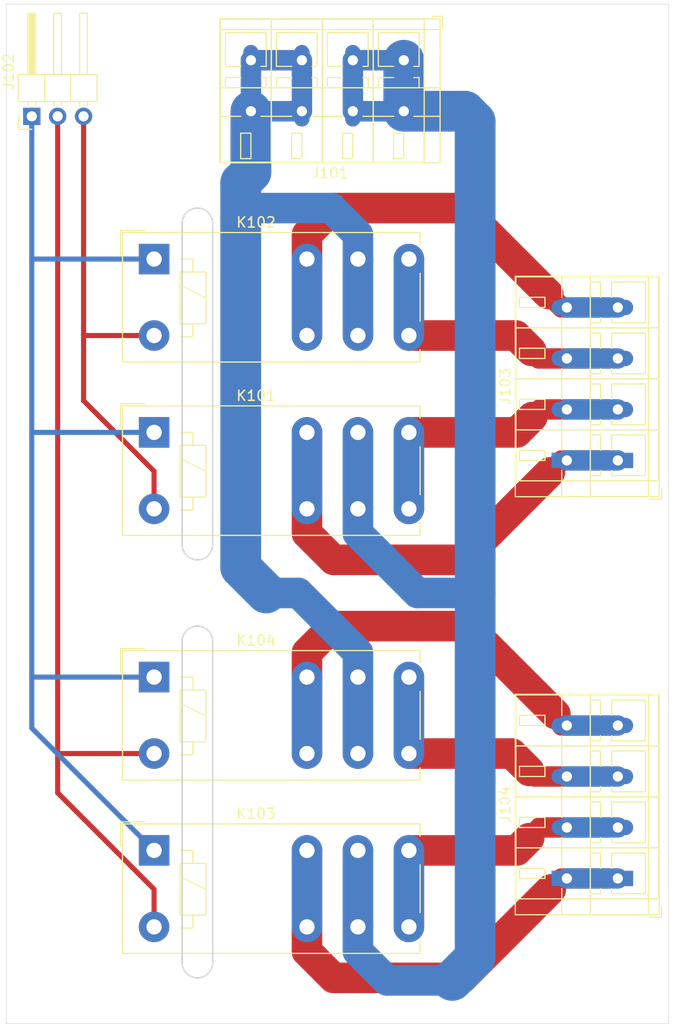
<source format=kicad_pcb>
(kicad_pcb (version 20171130) (host pcbnew 5.1.9)

  (general
    (thickness 1.6)
    (drawings 12)
    (tracks 141)
    (zones 0)
    (modules 8)
    (nets 14)
  )

  (page A4)
  (layers
    (0 F.Cu signal)
    (31 B.Cu signal)
    (32 B.Adhes user)
    (33 F.Adhes user)
    (34 B.Paste user)
    (35 F.Paste user)
    (36 B.SilkS user)
    (37 F.SilkS user)
    (38 B.Mask user)
    (39 F.Mask user)
    (40 Dwgs.User user)
    (41 Cmts.User user)
    (42 Eco1.User user)
    (43 Eco2.User user)
    (44 Edge.Cuts user)
    (45 Margin user)
    (46 B.CrtYd user)
    (47 F.CrtYd user)
    (48 B.Fab user)
    (49 F.Fab user)
  )

  (setup
    (last_trace_width 2)
    (user_trace_width 0.5)
    (user_trace_width 2)
    (user_trace_width 3)
    (user_trace_width 4)
    (trace_clearance 2)
    (zone_clearance 0.508)
    (zone_45_only no)
    (trace_min 0.2)
    (via_size 0.8)
    (via_drill 0.4)
    (via_min_size 0.4)
    (via_min_drill 0.3)
    (uvia_size 0.3)
    (uvia_drill 0.1)
    (uvias_allowed no)
    (uvia_min_size 0.2)
    (uvia_min_drill 0.1)
    (edge_width 0.05)
    (segment_width 0.2)
    (pcb_text_width 0.3)
    (pcb_text_size 1.5 1.5)
    (mod_edge_width 0.12)
    (mod_text_size 1 1)
    (mod_text_width 0.15)
    (pad_size 1.524 1.524)
    (pad_drill 0.762)
    (pad_to_mask_clearance 0)
    (aux_axis_origin 0 0)
    (visible_elements FFFFFF7F)
    (pcbplotparams
      (layerselection 0x010fc_ffffffff)
      (usegerberextensions false)
      (usegerberattributes true)
      (usegerberadvancedattributes true)
      (creategerberjobfile true)
      (excludeedgelayer true)
      (linewidth 0.100000)
      (plotframeref false)
      (viasonmask false)
      (mode 1)
      (useauxorigin false)
      (hpglpennumber 1)
      (hpglpenspeed 20)
      (hpglpendiameter 15.000000)
      (psnegative false)
      (psa4output false)
      (plotreference true)
      (plotvalue true)
      (plotinvisibletext false)
      (padsonsilk false)
      (subtractmaskfromsilk false)
      (outputformat 1)
      (mirror false)
      (drillshape 1)
      (scaleselection 1)
      (outputdirectory ""))
  )

  (net 0 "")
  (net 1 Earth)
  (net 2 AC)
  (net 3 "Net-(J102-Pad1)")
  (net 4 "Net-(J102-Pad2)")
  (net 5 "Net-(J102-Pad3)")
  (net 6 "Net-(J103-Pad4)")
  (net 7 "Net-(J103-Pad3)")
  (net 8 "Net-(J103-Pad2)")
  (net 9 "Net-(J103-Pad1)")
  (net 10 "Net-(J104-Pad1)")
  (net 11 "Net-(J104-Pad2)")
  (net 12 "Net-(J104-Pad3)")
  (net 13 "Net-(J104-Pad4)")

  (net_class Default "This is the default net class."
    (clearance 2)
    (trace_width 0.25)
    (via_dia 0.8)
    (via_drill 0.4)
    (uvia_dia 0.3)
    (uvia_drill 0.1)
    (add_net AC)
    (add_net Earth)
    (add_net "Net-(J103-Pad1)")
    (add_net "Net-(J103-Pad2)")
    (add_net "Net-(J103-Pad3)")
    (add_net "Net-(J103-Pad4)")
    (add_net "Net-(J104-Pad1)")
    (add_net "Net-(J104-Pad2)")
    (add_net "Net-(J104-Pad3)")
    (add_net "Net-(J104-Pad4)")
  )

  (net_class "Low Voltage" ""
    (clearance 0.2)
    (trace_width 0.25)
    (via_dia 0.8)
    (via_drill 0.4)
    (uvia_dia 0.3)
    (uvia_drill 0.1)
    (add_net "Net-(J102-Pad1)")
    (add_net "Net-(J102-Pad2)")
    (add_net "Net-(J102-Pad3)")
  )

  (module Relay_THT:Relay_DPDT_Finder_40.52 (layer F.Cu) (tedit 5A5B3E92) (tstamp 5FEFCF95)
    (at 64.5 75)
    (descr "Relay DPDT Finder 40.52, Pitch 5mm/7.5mm, https://www.finder-relais.net/de/finder-relais-serie-40.pdf")
    (tags "Relay DPDT Finder 40.52 Pitch 5mm")
    (path /5FF12C36)
    (fp_text reference K102 (at 10 -3.6) (layer F.SilkS)
      (effects (font (size 1 1) (thickness 0.15)))
    )
    (fp_text value FINDER-40.61 (at 12.192 11.43) (layer F.Fab)
      (effects (font (size 1 1) (thickness 0.15)))
    )
    (fp_line (start -3.3 -0.4) (end -3.3 -2.8) (layer F.SilkS) (width 0.12))
    (fp_line (start -0.9 -2.8) (end -3.3 -2.8) (layer F.SilkS) (width 0.12))
    (fp_line (start -3.1 10.1) (end -3.1 -2.6) (layer F.SilkS) (width 0.12))
    (fp_line (start 26.1 10.1) (end -3.1 10.1) (layer F.SilkS) (width 0.12))
    (fp_line (start 26.1 8.9) (end 26.1 10.1) (layer F.SilkS) (width 0.12))
    (fp_line (start 26.1 1.4) (end 26.1 6.1) (layer F.SilkS) (width 0.12))
    (fp_line (start 26.1 -2.6) (end 26.1 -1.4) (layer F.SilkS) (width 0.12))
    (fp_line (start -3.1 -2.6) (end 26.1 -2.6) (layer F.SilkS) (width 0.12))
    (fp_line (start -2 -2.5) (end -3 -1.4) (layer F.Fab) (width 0.12))
    (fp_line (start 26 -2.5) (end -2 -2.5) (layer F.Fab) (width 0.12))
    (fp_line (start 26 10) (end 26 -2.5) (layer F.Fab) (width 0.12))
    (fp_line (start -3 10) (end 26 10) (layer F.Fab) (width 0.12))
    (fp_line (start -3 -1.4) (end -3 10) (layer F.Fab) (width 0.12))
    (fp_line (start 0 1.8) (end 0 5.8) (layer F.Fab) (width 0.12))
    (fp_line (start 2.54 2.54) (end 5.08 3.81) (layer F.SilkS) (width 0.12))
    (fp_line (start 3.81 6.35) (end 3.81 7.62) (layer F.SilkS) (width 0.12))
    (fp_line (start 3.81 7.62) (end 2.54 7.62) (layer F.SilkS) (width 0.12))
    (fp_line (start 2.54 0) (end 3.81 0) (layer F.SilkS) (width 0.12))
    (fp_line (start 3.81 0) (end 3.81 1.27) (layer F.SilkS) (width 0.12))
    (fp_line (start 3.81 1.27) (end 5.08 1.27) (layer F.SilkS) (width 0.12))
    (fp_line (start 5.08 1.27) (end 5.08 6.35) (layer F.SilkS) (width 0.12))
    (fp_line (start 5.08 6.35) (end 2.54 6.35) (layer F.SilkS) (width 0.12))
    (fp_line (start 2.54 6.35) (end 2.54 1.27) (layer F.SilkS) (width 0.12))
    (fp_line (start 2.54 1.27) (end 3.81 1.27) (layer F.SilkS) (width 0.12))
    (fp_line (start -3.25 -2.75) (end 26.75 -2.75) (layer F.CrtYd) (width 0.05))
    (fp_line (start -3.25 -2.75) (end -3.25 10.25) (layer F.CrtYd) (width 0.05))
    (fp_line (start 26.75 10.25) (end 26.75 -2.75) (layer F.CrtYd) (width 0.05))
    (fp_line (start 26.75 10.25) (end -3.25 10.25) (layer F.CrtYd) (width 0.05))
    (fp_text user %R (at 12.065 3.81) (layer F.Fab)
      (effects (font (size 1 1) (thickness 0.15)))
    )
    (pad 14 thru_hole circle (at 25 0) (size 3 3) (drill 1.5) (layers *.Cu *.Mask)
      (net 7 "Net-(J103-Pad3)"))
    (pad 21 thru_hole circle (at 20 7.5) (size 3 3) (drill 1.5) (layers *.Cu *.Mask)
      (net 1 Earth))
    (pad 12 thru_hole circle (at 15 0) (size 3 3) (drill 1.5) (layers *.Cu *.Mask)
      (net 6 "Net-(J103-Pad4)"))
    (pad 22 thru_hole circle (at 15 7.5) (size 3 3) (drill 1.5) (layers *.Cu *.Mask)
      (net 6 "Net-(J103-Pad4)"))
    (pad 24 thru_hole circle (at 25 7.5) (size 3 3) (drill 1.5) (layers *.Cu *.Mask)
      (net 7 "Net-(J103-Pad3)"))
    (pad 11 thru_hole circle (at 20 0) (size 3 3) (drill 1.5) (layers *.Cu *.Mask)
      (net 1 Earth))
    (pad A2 thru_hole circle (at 0 7.5) (size 3 3) (drill 1.5) (layers *.Cu *.Mask)
      (net 5 "Net-(J102-Pad3)"))
    (pad A1 thru_hole rect (at 0 0) (size 3 3) (drill 1.5) (layers *.Cu *.Mask)
      (net 3 "Net-(J102-Pad1)"))
    (model ${KISYS3DMOD}/Relay_THT.3dshapes/Relay_DPDT_Finder_40.52.wrl
      (at (xyz 0 0 0))
      (scale (xyz 1 1 1))
      (rotate (xyz 0 0 0))
    )
  )

  (module TerminalBlock_WAGO:TerminalBlock_WAGO_236-104_1x04_P5.00mm_45Degree (layer F.Cu) (tedit 5B294EE3) (tstamp 5FEFFC89)
    (at 89 55.5 180)
    (descr "Terminal Block WAGO 236-104, 45Degree (cable under 45degree), 4 pins, pitch 5mm, size 21.5x14mm^2, drill diamater 1mm, pad diameter 3mm, see , script-generated with , script-generated using https://github.com/pointhi/kicad-footprint-generator/scripts/TerminalBlock_WAGO")
    (tags "THT Terminal Block WAGO 236-104 45Degree pitch 5mm size 21.5x14mm^2 drill 1mm pad 3mm")
    (path /5FF4DB2B)
    (fp_text reference J101 (at 7.25 -11.06) (layer F.SilkS)
      (effects (font (size 1 1) (thickness 0.15)))
    )
    (fp_text value Screw_Terminal_01x04 (at 7.25 5.06) (layer F.Fab)
      (effects (font (size 1 1) (thickness 0.15)))
    )
    (fp_line (start -3.5 -10) (end 18 -10) (layer F.Fab) (width 0.1))
    (fp_line (start 18 -10) (end 18 4) (layer F.Fab) (width 0.1))
    (fp_line (start 18 4) (end -2.5 4) (layer F.Fab) (width 0.1))
    (fp_line (start -2.5 4) (end -3.5 3) (layer F.Fab) (width 0.1))
    (fp_line (start -3.5 3) (end -3.5 -10) (layer F.Fab) (width 0.1))
    (fp_line (start -3.5 3) (end 18 3) (layer F.Fab) (width 0.1))
    (fp_line (start -3.56 3) (end 18.061 3) (layer F.SilkS) (width 0.12))
    (fp_line (start -3.5 -2.7) (end 18 -2.7) (layer F.Fab) (width 0.1))
    (fp_line (start -3.56 -2.7) (end 18.061 -2.7) (layer F.SilkS) (width 0.12))
    (fp_line (start -3.5 -5.5) (end 18 -5.5) (layer F.Fab) (width 0.1))
    (fp_line (start -3.56 -5.5) (end -0.99 -5.5) (layer F.SilkS) (width 0.12))
    (fp_line (start 0.99 -5.5) (end 4.01 -5.5) (layer F.SilkS) (width 0.12))
    (fp_line (start 5.99 -5.5) (end 9.01 -5.5) (layer F.SilkS) (width 0.12))
    (fp_line (start 10.99 -5.5) (end 14.01 -5.5) (layer F.SilkS) (width 0.12))
    (fp_line (start 15.99 -5.5) (end 18.061 -5.5) (layer F.SilkS) (width 0.12))
    (fp_line (start -3.56 -10.06) (end 18.061 -10.06) (layer F.SilkS) (width 0.12))
    (fp_line (start -3.56 4.06) (end 18.061 4.06) (layer F.SilkS) (width 0.12))
    (fp_line (start -3.56 -10.06) (end -3.56 4.06) (layer F.SilkS) (width 0.12))
    (fp_line (start 18.061 -10.06) (end 18.061 4.06) (layer F.SilkS) (width 0.12))
    (fp_line (start -1.5 -0.6) (end -0.99 -0.6) (layer F.SilkS) (width 0.12))
    (fp_line (start 0.99 -0.6) (end 2.5 -0.6) (layer F.SilkS) (width 0.12))
    (fp_line (start -1.5 2.7) (end 2.5 2.7) (layer F.SilkS) (width 0.12))
    (fp_line (start -1.5 -0.6) (end -1.5 2.7) (layer F.SilkS) (width 0.12))
    (fp_line (start 2.5 -0.6) (end 2.5 2.7) (layer F.SilkS) (width 0.12))
    (fp_line (start -1.5 -0.6) (end -1.5 2.7) (layer F.Fab) (width 0.1))
    (fp_line (start -1.5 2.7) (end 2.5 2.7) (layer F.Fab) (width 0.1))
    (fp_line (start 2.5 2.7) (end 2.5 -0.6) (layer F.Fab) (width 0.1))
    (fp_line (start 2.5 -0.6) (end -1.5 -0.6) (layer F.Fab) (width 0.1))
    (fp_line (start -2 -10) (end -2 4) (layer F.Fab) (width 0.1))
    (fp_line (start -2 4) (end 3 4) (layer F.Fab) (width 0.1))
    (fp_line (start 3 4) (end 3 -10) (layer F.Fab) (width 0.1))
    (fp_line (start 3 -10) (end -2 -10) (layer F.Fab) (width 0.1))
    (fp_line (start -2 -10) (end 3 -10) (layer F.SilkS) (width 0.12))
    (fp_line (start -2 4) (end 3 4) (layer F.SilkS) (width 0.12))
    (fp_line (start -2 -10) (end -2 4) (layer F.SilkS) (width 0.12))
    (fp_line (start 3 -10) (end 3 4) (layer F.SilkS) (width 0.12))
    (fp_line (start -1.5 -2.7) (end -1.5 -1.7) (layer F.Fab) (width 0.1))
    (fp_line (start -1.5 -1.7) (end 2.5 -1.7) (layer F.Fab) (width 0.1))
    (fp_line (start 2.5 -1.7) (end 2.5 -2.7) (layer F.Fab) (width 0.1))
    (fp_line (start 2.5 -2.7) (end -1.5 -2.7) (layer F.Fab) (width 0.1))
    (fp_line (start -1.5 -2.7) (end 2.5 -2.7) (layer F.SilkS) (width 0.12))
    (fp_line (start -1.5 -1.701) (end -0.99 -1.701) (layer F.SilkS) (width 0.12))
    (fp_line (start 0.99 -1.701) (end 2.5 -1.701) (layer F.SilkS) (width 0.12))
    (fp_line (start -1.5 -2.7) (end -1.5 -1.701) (layer F.SilkS) (width 0.12))
    (fp_line (start 2.5 -2.7) (end 2.5 -1.701) (layer F.SilkS) (width 0.12))
    (fp_line (start 0 -9.65) (end 0 -7.15) (layer F.Fab) (width 0.1))
    (fp_line (start 0 -7.15) (end 1 -7.15) (layer F.Fab) (width 0.1))
    (fp_line (start 1 -7.15) (end 1 -9.65) (layer F.Fab) (width 0.1))
    (fp_line (start 1 -9.65) (end 0 -9.65) (layer F.Fab) (width 0.1))
    (fp_line (start 0 -9.65) (end 1 -9.65) (layer F.SilkS) (width 0.12))
    (fp_line (start 0 -7.15) (end 1 -7.15) (layer F.SilkS) (width 0.12))
    (fp_line (start 0 -9.65) (end 0 -7.15) (layer F.SilkS) (width 0.12))
    (fp_line (start 1 -9.65) (end 1 -7.15) (layer F.SilkS) (width 0.12))
    (fp_line (start 3.5 -0.6) (end 4.01 -0.6) (layer F.SilkS) (width 0.12))
    (fp_line (start 5.99 -0.6) (end 7.5 -0.6) (layer F.SilkS) (width 0.12))
    (fp_line (start 3.5 2.7) (end 7.5 2.7) (layer F.SilkS) (width 0.12))
    (fp_line (start 3.5 -0.6) (end 3.5 2.7) (layer F.SilkS) (width 0.12))
    (fp_line (start 7.5 -0.6) (end 7.5 2.7) (layer F.SilkS) (width 0.12))
    (fp_line (start 3.5 -0.6) (end 3.5 2.7) (layer F.Fab) (width 0.1))
    (fp_line (start 3.5 2.7) (end 7.5 2.7) (layer F.Fab) (width 0.1))
    (fp_line (start 7.5 2.7) (end 7.5 -0.6) (layer F.Fab) (width 0.1))
    (fp_line (start 7.5 -0.6) (end 3.5 -0.6) (layer F.Fab) (width 0.1))
    (fp_line (start 3 -10) (end 3 4) (layer F.Fab) (width 0.1))
    (fp_line (start 3 4) (end 8 4) (layer F.Fab) (width 0.1))
    (fp_line (start 8 4) (end 8 -10) (layer F.Fab) (width 0.1))
    (fp_line (start 8 -10) (end 3 -10) (layer F.Fab) (width 0.1))
    (fp_line (start 3 -10) (end 8 -10) (layer F.SilkS) (width 0.12))
    (fp_line (start 3 4) (end 8 4) (layer F.SilkS) (width 0.12))
    (fp_line (start 3 -10) (end 3 4) (layer F.SilkS) (width 0.12))
    (fp_line (start 8 -10) (end 8 4) (layer F.SilkS) (width 0.12))
    (fp_line (start 3.5 -2.7) (end 3.5 -1.7) (layer F.Fab) (width 0.1))
    (fp_line (start 3.5 -1.7) (end 7.5 -1.7) (layer F.Fab) (width 0.1))
    (fp_line (start 7.5 -1.7) (end 7.5 -2.7) (layer F.Fab) (width 0.1))
    (fp_line (start 7.5 -2.7) (end 3.5 -2.7) (layer F.Fab) (width 0.1))
    (fp_line (start 3.5 -2.7) (end 7.5 -2.7) (layer F.SilkS) (width 0.12))
    (fp_line (start 3.5 -1.701) (end 4.01 -1.701) (layer F.SilkS) (width 0.12))
    (fp_line (start 5.99 -1.701) (end 7.5 -1.701) (layer F.SilkS) (width 0.12))
    (fp_line (start 3.5 -2.7) (end 3.5 -1.701) (layer F.SilkS) (width 0.12))
    (fp_line (start 7.5 -2.7) (end 7.5 -1.701) (layer F.SilkS) (width 0.12))
    (fp_line (start 5 -9.65) (end 5 -7.15) (layer F.Fab) (width 0.1))
    (fp_line (start 5 -7.15) (end 6 -7.15) (layer F.Fab) (width 0.1))
    (fp_line (start 6 -7.15) (end 6 -9.65) (layer F.Fab) (width 0.1))
    (fp_line (start 6 -9.65) (end 5 -9.65) (layer F.Fab) (width 0.1))
    (fp_line (start 5 -9.65) (end 6 -9.65) (layer F.SilkS) (width 0.12))
    (fp_line (start 5 -7.15) (end 6 -7.15) (layer F.SilkS) (width 0.12))
    (fp_line (start 5 -9.65) (end 5 -7.15) (layer F.SilkS) (width 0.12))
    (fp_line (start 6 -9.65) (end 6 -7.15) (layer F.SilkS) (width 0.12))
    (fp_line (start 8.5 -0.6) (end 9.01 -0.6) (layer F.SilkS) (width 0.12))
    (fp_line (start 10.99 -0.6) (end 12.5 -0.6) (layer F.SilkS) (width 0.12))
    (fp_line (start 8.5 2.7) (end 12.5 2.7) (layer F.SilkS) (width 0.12))
    (fp_line (start 8.5 -0.6) (end 8.5 2.7) (layer F.SilkS) (width 0.12))
    (fp_line (start 12.5 -0.6) (end 12.5 2.7) (layer F.SilkS) (width 0.12))
    (fp_line (start 8.5 -0.6) (end 8.5 2.7) (layer F.Fab) (width 0.1))
    (fp_line (start 8.5 2.7) (end 12.5 2.7) (layer F.Fab) (width 0.1))
    (fp_line (start 12.5 2.7) (end 12.5 -0.6) (layer F.Fab) (width 0.1))
    (fp_line (start 12.5 -0.6) (end 8.5 -0.6) (layer F.Fab) (width 0.1))
    (fp_line (start 8 -10) (end 8 4) (layer F.Fab) (width 0.1))
    (fp_line (start 8 4) (end 13 4) (layer F.Fab) (width 0.1))
    (fp_line (start 13 4) (end 13 -10) (layer F.Fab) (width 0.1))
    (fp_line (start 13 -10) (end 8 -10) (layer F.Fab) (width 0.1))
    (fp_line (start 8 -10) (end 13 -10) (layer F.SilkS) (width 0.12))
    (fp_line (start 8 4) (end 13 4) (layer F.SilkS) (width 0.12))
    (fp_line (start 8 -10) (end 8 4) (layer F.SilkS) (width 0.12))
    (fp_line (start 13 -10) (end 13 4) (layer F.SilkS) (width 0.12))
    (fp_line (start 8.5 -2.7) (end 8.5 -1.7) (layer F.Fab) (width 0.1))
    (fp_line (start 8.5 -1.7) (end 12.5 -1.7) (layer F.Fab) (width 0.1))
    (fp_line (start 12.5 -1.7) (end 12.5 -2.7) (layer F.Fab) (width 0.1))
    (fp_line (start 12.5 -2.7) (end 8.5 -2.7) (layer F.Fab) (width 0.1))
    (fp_line (start 8.5 -2.7) (end 12.5 -2.7) (layer F.SilkS) (width 0.12))
    (fp_line (start 8.5 -1.701) (end 9.01 -1.701) (layer F.SilkS) (width 0.12))
    (fp_line (start 10.99 -1.701) (end 12.5 -1.701) (layer F.SilkS) (width 0.12))
    (fp_line (start 8.5 -2.7) (end 8.5 -1.701) (layer F.SilkS) (width 0.12))
    (fp_line (start 12.5 -2.7) (end 12.5 -1.701) (layer F.SilkS) (width 0.12))
    (fp_line (start 10 -9.65) (end 10 -7.15) (layer F.Fab) (width 0.1))
    (fp_line (start 10 -7.15) (end 11 -7.15) (layer F.Fab) (width 0.1))
    (fp_line (start 11 -7.15) (end 11 -9.65) (layer F.Fab) (width 0.1))
    (fp_line (start 11 -9.65) (end 10 -9.65) (layer F.Fab) (width 0.1))
    (fp_line (start 10 -9.65) (end 11 -9.65) (layer F.SilkS) (width 0.12))
    (fp_line (start 10 -7.15) (end 11 -7.15) (layer F.SilkS) (width 0.12))
    (fp_line (start 10 -9.65) (end 10 -7.15) (layer F.SilkS) (width 0.12))
    (fp_line (start 11 -9.65) (end 11 -7.15) (layer F.SilkS) (width 0.12))
    (fp_line (start 13.5 -0.6) (end 14.01 -0.6) (layer F.SilkS) (width 0.12))
    (fp_line (start 15.99 -0.6) (end 17.5 -0.6) (layer F.SilkS) (width 0.12))
    (fp_line (start 13.5 2.7) (end 17.5 2.7) (layer F.SilkS) (width 0.12))
    (fp_line (start 13.5 -0.6) (end 13.5 2.7) (layer F.SilkS) (width 0.12))
    (fp_line (start 17.5 -0.6) (end 17.5 2.7) (layer F.SilkS) (width 0.12))
    (fp_line (start 13.5 -0.6) (end 13.5 2.7) (layer F.Fab) (width 0.1))
    (fp_line (start 13.5 2.7) (end 17.5 2.7) (layer F.Fab) (width 0.1))
    (fp_line (start 17.5 2.7) (end 17.5 -0.6) (layer F.Fab) (width 0.1))
    (fp_line (start 17.5 -0.6) (end 13.5 -0.6) (layer F.Fab) (width 0.1))
    (fp_line (start 13 -10) (end 13 4) (layer F.Fab) (width 0.1))
    (fp_line (start 13 4) (end 18 4) (layer F.Fab) (width 0.1))
    (fp_line (start 18 4) (end 18 -10) (layer F.Fab) (width 0.1))
    (fp_line (start 18 -10) (end 13 -10) (layer F.Fab) (width 0.1))
    (fp_line (start 13 -10) (end 18 -10) (layer F.SilkS) (width 0.12))
    (fp_line (start 13 4) (end 18 4) (layer F.SilkS) (width 0.12))
    (fp_line (start 13 -10) (end 13 4) (layer F.SilkS) (width 0.12))
    (fp_line (start 18 -10) (end 18 4) (layer F.SilkS) (width 0.12))
    (fp_line (start 13.5 -2.7) (end 13.5 -1.7) (layer F.Fab) (width 0.1))
    (fp_line (start 13.5 -1.7) (end 17.5 -1.7) (layer F.Fab) (width 0.1))
    (fp_line (start 17.5 -1.7) (end 17.5 -2.7) (layer F.Fab) (width 0.1))
    (fp_line (start 17.5 -2.7) (end 13.5 -2.7) (layer F.Fab) (width 0.1))
    (fp_line (start 13.5 -2.7) (end 17.5 -2.7) (layer F.SilkS) (width 0.12))
    (fp_line (start 13.5 -1.701) (end 14.01 -1.701) (layer F.SilkS) (width 0.12))
    (fp_line (start 15.99 -1.701) (end 17.5 -1.701) (layer F.SilkS) (width 0.12))
    (fp_line (start 13.5 -2.7) (end 13.5 -1.701) (layer F.SilkS) (width 0.12))
    (fp_line (start 17.5 -2.7) (end 17.5 -1.701) (layer F.SilkS) (width 0.12))
    (fp_line (start 15 -9.65) (end 15 -7.15) (layer F.Fab) (width 0.1))
    (fp_line (start 15 -7.15) (end 16 -7.15) (layer F.Fab) (width 0.1))
    (fp_line (start 16 -7.15) (end 16 -9.65) (layer F.Fab) (width 0.1))
    (fp_line (start 16 -9.65) (end 15 -9.65) (layer F.Fab) (width 0.1))
    (fp_line (start 15 -9.65) (end 16 -9.65) (layer F.SilkS) (width 0.12))
    (fp_line (start 15 -7.15) (end 16 -7.15) (layer F.SilkS) (width 0.12))
    (fp_line (start 15 -9.65) (end 15 -7.15) (layer F.SilkS) (width 0.12))
    (fp_line (start 16 -9.65) (end 16 -7.15) (layer F.SilkS) (width 0.12))
    (fp_line (start -3.8 3.06) (end -3.8 4.3) (layer F.SilkS) (width 0.12))
    (fp_line (start -3.8 4.3) (end -2.8 4.3) (layer F.SilkS) (width 0.12))
    (fp_line (start -4 -10.5) (end -4 4.5) (layer F.CrtYd) (width 0.05))
    (fp_line (start -4 4.5) (end 18.5 4.5) (layer F.CrtYd) (width 0.05))
    (fp_line (start 18.5 4.5) (end 18.5 -10.5) (layer F.CrtYd) (width 0.05))
    (fp_line (start 18.5 -10.5) (end -4 -10.5) (layer F.CrtYd) (width 0.05))
    (fp_text user %R (at 7.25 -4) (layer F.Fab)
      (effects (font (size 1 1) (thickness 0.15)))
    )
    (pad 4 thru_hole oval (at 15 -5 180) (size 1.5 3) (drill 1) (layers *.Cu *.Mask)
      (net 1 Earth))
    (pad 4 thru_hole oval (at 15 0 180) (size 1.5 3) (drill 1) (layers *.Cu *.Mask)
      (net 1 Earth))
    (pad 3 thru_hole oval (at 10 -5 180) (size 1.5 3) (drill 1) (layers *.Cu *.Mask)
      (net 1 Earth))
    (pad 3 thru_hole oval (at 10 0 180) (size 1.5 3) (drill 1) (layers *.Cu *.Mask)
      (net 1 Earth))
    (pad 2 thru_hole oval (at 5 -5 180) (size 1.5 3) (drill 1) (layers *.Cu *.Mask)
      (net 2 AC))
    (pad 2 thru_hole oval (at 5 0 180) (size 1.5 3) (drill 1) (layers *.Cu *.Mask)
      (net 2 AC))
    (pad 1 thru_hole rect (at 0 -5 180) (size 1.5 3) (drill 1) (layers *.Cu *.Mask)
      (net 2 AC))
    (pad 1 thru_hole rect (at 0 0 180) (size 1.5 3) (drill 1) (layers *.Cu *.Mask)
      (net 2 AC))
    (model ${KISYS3DMOD}/TerminalBlock_WAGO.3dshapes/TerminalBlock_WAGO_236-104_1x04_P5.00mm_45Degree.wrl
      (at (xyz 0 0 0))
      (scale (xyz 1 1 1))
      (rotate (xyz 0 0 0))
    )
  )

  (module TerminalBlock_WAGO:TerminalBlock_WAGO_236-104_1x04_P5.00mm_45Degree (layer F.Cu) (tedit 5B294EE3) (tstamp 5FEFF05D)
    (at 110 94.75 90)
    (descr "Terminal Block WAGO 236-104, 45Degree (cable under 45degree), 4 pins, pitch 5mm, size 21.5x14mm^2, drill diamater 1mm, pad diameter 3mm, see , script-generated with , script-generated using https://github.com/pointhi/kicad-footprint-generator/scripts/TerminalBlock_WAGO")
    (tags "THT Terminal Block WAGO 236-104 45Degree pitch 5mm size 21.5x14mm^2 drill 1mm pad 3mm")
    (path /5FEFBE72)
    (fp_text reference J103 (at 7.25 -11.06 90) (layer F.SilkS)
      (effects (font (size 1 1) (thickness 0.15)))
    )
    (fp_text value Screw_Terminal_01x04 (at 7.25 5.06 90) (layer F.Fab)
      (effects (font (size 1 1) (thickness 0.15)))
    )
    (fp_line (start 18.5 -10.5) (end -4 -10.5) (layer F.CrtYd) (width 0.05))
    (fp_line (start 18.5 4.5) (end 18.5 -10.5) (layer F.CrtYd) (width 0.05))
    (fp_line (start -4 4.5) (end 18.5 4.5) (layer F.CrtYd) (width 0.05))
    (fp_line (start -4 -10.5) (end -4 4.5) (layer F.CrtYd) (width 0.05))
    (fp_line (start -3.8 4.3) (end -2.8 4.3) (layer F.SilkS) (width 0.12))
    (fp_line (start -3.8 3.06) (end -3.8 4.3) (layer F.SilkS) (width 0.12))
    (fp_line (start 16 -9.65) (end 16 -7.15) (layer F.SilkS) (width 0.12))
    (fp_line (start 15 -9.65) (end 15 -7.15) (layer F.SilkS) (width 0.12))
    (fp_line (start 15 -7.15) (end 16 -7.15) (layer F.SilkS) (width 0.12))
    (fp_line (start 15 -9.65) (end 16 -9.65) (layer F.SilkS) (width 0.12))
    (fp_line (start 16 -9.65) (end 15 -9.65) (layer F.Fab) (width 0.1))
    (fp_line (start 16 -7.15) (end 16 -9.65) (layer F.Fab) (width 0.1))
    (fp_line (start 15 -7.15) (end 16 -7.15) (layer F.Fab) (width 0.1))
    (fp_line (start 15 -9.65) (end 15 -7.15) (layer F.Fab) (width 0.1))
    (fp_line (start 17.5 -2.7) (end 17.5 -1.701) (layer F.SilkS) (width 0.12))
    (fp_line (start 13.5 -2.7) (end 13.5 -1.701) (layer F.SilkS) (width 0.12))
    (fp_line (start 15.99 -1.701) (end 17.5 -1.701) (layer F.SilkS) (width 0.12))
    (fp_line (start 13.5 -1.701) (end 14.01 -1.701) (layer F.SilkS) (width 0.12))
    (fp_line (start 13.5 -2.7) (end 17.5 -2.7) (layer F.SilkS) (width 0.12))
    (fp_line (start 17.5 -2.7) (end 13.5 -2.7) (layer F.Fab) (width 0.1))
    (fp_line (start 17.5 -1.7) (end 17.5 -2.7) (layer F.Fab) (width 0.1))
    (fp_line (start 13.5 -1.7) (end 17.5 -1.7) (layer F.Fab) (width 0.1))
    (fp_line (start 13.5 -2.7) (end 13.5 -1.7) (layer F.Fab) (width 0.1))
    (fp_line (start 18 -10) (end 18 4) (layer F.SilkS) (width 0.12))
    (fp_line (start 13 -10) (end 13 4) (layer F.SilkS) (width 0.12))
    (fp_line (start 13 4) (end 18 4) (layer F.SilkS) (width 0.12))
    (fp_line (start 13 -10) (end 18 -10) (layer F.SilkS) (width 0.12))
    (fp_line (start 18 -10) (end 13 -10) (layer F.Fab) (width 0.1))
    (fp_line (start 18 4) (end 18 -10) (layer F.Fab) (width 0.1))
    (fp_line (start 13 4) (end 18 4) (layer F.Fab) (width 0.1))
    (fp_line (start 13 -10) (end 13 4) (layer F.Fab) (width 0.1))
    (fp_line (start 17.5 -0.6) (end 13.5 -0.6) (layer F.Fab) (width 0.1))
    (fp_line (start 17.5 2.7) (end 17.5 -0.6) (layer F.Fab) (width 0.1))
    (fp_line (start 13.5 2.7) (end 17.5 2.7) (layer F.Fab) (width 0.1))
    (fp_line (start 13.5 -0.6) (end 13.5 2.7) (layer F.Fab) (width 0.1))
    (fp_line (start 17.5 -0.6) (end 17.5 2.7) (layer F.SilkS) (width 0.12))
    (fp_line (start 13.5 -0.6) (end 13.5 2.7) (layer F.SilkS) (width 0.12))
    (fp_line (start 13.5 2.7) (end 17.5 2.7) (layer F.SilkS) (width 0.12))
    (fp_line (start 15.99 -0.6) (end 17.5 -0.6) (layer F.SilkS) (width 0.12))
    (fp_line (start 13.5 -0.6) (end 14.01 -0.6) (layer F.SilkS) (width 0.12))
    (fp_line (start 11 -9.65) (end 11 -7.15) (layer F.SilkS) (width 0.12))
    (fp_line (start 10 -9.65) (end 10 -7.15) (layer F.SilkS) (width 0.12))
    (fp_line (start 10 -7.15) (end 11 -7.15) (layer F.SilkS) (width 0.12))
    (fp_line (start 10 -9.65) (end 11 -9.65) (layer F.SilkS) (width 0.12))
    (fp_line (start 11 -9.65) (end 10 -9.65) (layer F.Fab) (width 0.1))
    (fp_line (start 11 -7.15) (end 11 -9.65) (layer F.Fab) (width 0.1))
    (fp_line (start 10 -7.15) (end 11 -7.15) (layer F.Fab) (width 0.1))
    (fp_line (start 10 -9.65) (end 10 -7.15) (layer F.Fab) (width 0.1))
    (fp_line (start 12.5 -2.7) (end 12.5 -1.701) (layer F.SilkS) (width 0.12))
    (fp_line (start 8.5 -2.7) (end 8.5 -1.701) (layer F.SilkS) (width 0.12))
    (fp_line (start 10.99 -1.701) (end 12.5 -1.701) (layer F.SilkS) (width 0.12))
    (fp_line (start 8.5 -1.701) (end 9.01 -1.701) (layer F.SilkS) (width 0.12))
    (fp_line (start 8.5 -2.7) (end 12.5 -2.7) (layer F.SilkS) (width 0.12))
    (fp_line (start 12.5 -2.7) (end 8.5 -2.7) (layer F.Fab) (width 0.1))
    (fp_line (start 12.5 -1.7) (end 12.5 -2.7) (layer F.Fab) (width 0.1))
    (fp_line (start 8.5 -1.7) (end 12.5 -1.7) (layer F.Fab) (width 0.1))
    (fp_line (start 8.5 -2.7) (end 8.5 -1.7) (layer F.Fab) (width 0.1))
    (fp_line (start 13 -10) (end 13 4) (layer F.SilkS) (width 0.12))
    (fp_line (start 8 -10) (end 8 4) (layer F.SilkS) (width 0.12))
    (fp_line (start 8 4) (end 13 4) (layer F.SilkS) (width 0.12))
    (fp_line (start 8 -10) (end 13 -10) (layer F.SilkS) (width 0.12))
    (fp_line (start 13 -10) (end 8 -10) (layer F.Fab) (width 0.1))
    (fp_line (start 13 4) (end 13 -10) (layer F.Fab) (width 0.1))
    (fp_line (start 8 4) (end 13 4) (layer F.Fab) (width 0.1))
    (fp_line (start 8 -10) (end 8 4) (layer F.Fab) (width 0.1))
    (fp_line (start 12.5 -0.6) (end 8.5 -0.6) (layer F.Fab) (width 0.1))
    (fp_line (start 12.5 2.7) (end 12.5 -0.6) (layer F.Fab) (width 0.1))
    (fp_line (start 8.5 2.7) (end 12.5 2.7) (layer F.Fab) (width 0.1))
    (fp_line (start 8.5 -0.6) (end 8.5 2.7) (layer F.Fab) (width 0.1))
    (fp_line (start 12.5 -0.6) (end 12.5 2.7) (layer F.SilkS) (width 0.12))
    (fp_line (start 8.5 -0.6) (end 8.5 2.7) (layer F.SilkS) (width 0.12))
    (fp_line (start 8.5 2.7) (end 12.5 2.7) (layer F.SilkS) (width 0.12))
    (fp_line (start 10.99 -0.6) (end 12.5 -0.6) (layer F.SilkS) (width 0.12))
    (fp_line (start 8.5 -0.6) (end 9.01 -0.6) (layer F.SilkS) (width 0.12))
    (fp_line (start 6 -9.65) (end 6 -7.15) (layer F.SilkS) (width 0.12))
    (fp_line (start 5 -9.65) (end 5 -7.15) (layer F.SilkS) (width 0.12))
    (fp_line (start 5 -7.15) (end 6 -7.15) (layer F.SilkS) (width 0.12))
    (fp_line (start 5 -9.65) (end 6 -9.65) (layer F.SilkS) (width 0.12))
    (fp_line (start 6 -9.65) (end 5 -9.65) (layer F.Fab) (width 0.1))
    (fp_line (start 6 -7.15) (end 6 -9.65) (layer F.Fab) (width 0.1))
    (fp_line (start 5 -7.15) (end 6 -7.15) (layer F.Fab) (width 0.1))
    (fp_line (start 5 -9.65) (end 5 -7.15) (layer F.Fab) (width 0.1))
    (fp_line (start 7.5 -2.7) (end 7.5 -1.701) (layer F.SilkS) (width 0.12))
    (fp_line (start 3.5 -2.7) (end 3.5 -1.701) (layer F.SilkS) (width 0.12))
    (fp_line (start 5.99 -1.701) (end 7.5 -1.701) (layer F.SilkS) (width 0.12))
    (fp_line (start 3.5 -1.701) (end 4.01 -1.701) (layer F.SilkS) (width 0.12))
    (fp_line (start 3.5 -2.7) (end 7.5 -2.7) (layer F.SilkS) (width 0.12))
    (fp_line (start 7.5 -2.7) (end 3.5 -2.7) (layer F.Fab) (width 0.1))
    (fp_line (start 7.5 -1.7) (end 7.5 -2.7) (layer F.Fab) (width 0.1))
    (fp_line (start 3.5 -1.7) (end 7.5 -1.7) (layer F.Fab) (width 0.1))
    (fp_line (start 3.5 -2.7) (end 3.5 -1.7) (layer F.Fab) (width 0.1))
    (fp_line (start 8 -10) (end 8 4) (layer F.SilkS) (width 0.12))
    (fp_line (start 3 -10) (end 3 4) (layer F.SilkS) (width 0.12))
    (fp_line (start 3 4) (end 8 4) (layer F.SilkS) (width 0.12))
    (fp_line (start 3 -10) (end 8 -10) (layer F.SilkS) (width 0.12))
    (fp_line (start 8 -10) (end 3 -10) (layer F.Fab) (width 0.1))
    (fp_line (start 8 4) (end 8 -10) (layer F.Fab) (width 0.1))
    (fp_line (start 3 4) (end 8 4) (layer F.Fab) (width 0.1))
    (fp_line (start 3 -10) (end 3 4) (layer F.Fab) (width 0.1))
    (fp_line (start 7.5 -0.6) (end 3.5 -0.6) (layer F.Fab) (width 0.1))
    (fp_line (start 7.5 2.7) (end 7.5 -0.6) (layer F.Fab) (width 0.1))
    (fp_line (start 3.5 2.7) (end 7.5 2.7) (layer F.Fab) (width 0.1))
    (fp_line (start 3.5 -0.6) (end 3.5 2.7) (layer F.Fab) (width 0.1))
    (fp_line (start 7.5 -0.6) (end 7.5 2.7) (layer F.SilkS) (width 0.12))
    (fp_line (start 3.5 -0.6) (end 3.5 2.7) (layer F.SilkS) (width 0.12))
    (fp_line (start 3.5 2.7) (end 7.5 2.7) (layer F.SilkS) (width 0.12))
    (fp_line (start 5.99 -0.6) (end 7.5 -0.6) (layer F.SilkS) (width 0.12))
    (fp_line (start 3.5 -0.6) (end 4.01 -0.6) (layer F.SilkS) (width 0.12))
    (fp_line (start 1 -9.65) (end 1 -7.15) (layer F.SilkS) (width 0.12))
    (fp_line (start 0 -9.65) (end 0 -7.15) (layer F.SilkS) (width 0.12))
    (fp_line (start 0 -7.15) (end 1 -7.15) (layer F.SilkS) (width 0.12))
    (fp_line (start 0 -9.65) (end 1 -9.65) (layer F.SilkS) (width 0.12))
    (fp_line (start 1 -9.65) (end 0 -9.65) (layer F.Fab) (width 0.1))
    (fp_line (start 1 -7.15) (end 1 -9.65) (layer F.Fab) (width 0.1))
    (fp_line (start 0 -7.15) (end 1 -7.15) (layer F.Fab) (width 0.1))
    (fp_line (start 0 -9.65) (end 0 -7.15) (layer F.Fab) (width 0.1))
    (fp_line (start 2.5 -2.7) (end 2.5 -1.701) (layer F.SilkS) (width 0.12))
    (fp_line (start -1.5 -2.7) (end -1.5 -1.701) (layer F.SilkS) (width 0.12))
    (fp_line (start 0.99 -1.701) (end 2.5 -1.701) (layer F.SilkS) (width 0.12))
    (fp_line (start -1.5 -1.701) (end -0.99 -1.701) (layer F.SilkS) (width 0.12))
    (fp_line (start -1.5 -2.7) (end 2.5 -2.7) (layer F.SilkS) (width 0.12))
    (fp_line (start 2.5 -2.7) (end -1.5 -2.7) (layer F.Fab) (width 0.1))
    (fp_line (start 2.5 -1.7) (end 2.5 -2.7) (layer F.Fab) (width 0.1))
    (fp_line (start -1.5 -1.7) (end 2.5 -1.7) (layer F.Fab) (width 0.1))
    (fp_line (start -1.5 -2.7) (end -1.5 -1.7) (layer F.Fab) (width 0.1))
    (fp_line (start 3 -10) (end 3 4) (layer F.SilkS) (width 0.12))
    (fp_line (start -2 -10) (end -2 4) (layer F.SilkS) (width 0.12))
    (fp_line (start -2 4) (end 3 4) (layer F.SilkS) (width 0.12))
    (fp_line (start -2 -10) (end 3 -10) (layer F.SilkS) (width 0.12))
    (fp_line (start 3 -10) (end -2 -10) (layer F.Fab) (width 0.1))
    (fp_line (start 3 4) (end 3 -10) (layer F.Fab) (width 0.1))
    (fp_line (start -2 4) (end 3 4) (layer F.Fab) (width 0.1))
    (fp_line (start -2 -10) (end -2 4) (layer F.Fab) (width 0.1))
    (fp_line (start 2.5 -0.6) (end -1.5 -0.6) (layer F.Fab) (width 0.1))
    (fp_line (start 2.5 2.7) (end 2.5 -0.6) (layer F.Fab) (width 0.1))
    (fp_line (start -1.5 2.7) (end 2.5 2.7) (layer F.Fab) (width 0.1))
    (fp_line (start -1.5 -0.6) (end -1.5 2.7) (layer F.Fab) (width 0.1))
    (fp_line (start 2.5 -0.6) (end 2.5 2.7) (layer F.SilkS) (width 0.12))
    (fp_line (start -1.5 -0.6) (end -1.5 2.7) (layer F.SilkS) (width 0.12))
    (fp_line (start -1.5 2.7) (end 2.5 2.7) (layer F.SilkS) (width 0.12))
    (fp_line (start 0.99 -0.6) (end 2.5 -0.6) (layer F.SilkS) (width 0.12))
    (fp_line (start -1.5 -0.6) (end -0.99 -0.6) (layer F.SilkS) (width 0.12))
    (fp_line (start 18.061 -10.06) (end 18.061 4.06) (layer F.SilkS) (width 0.12))
    (fp_line (start -3.56 -10.06) (end -3.56 4.06) (layer F.SilkS) (width 0.12))
    (fp_line (start -3.56 4.06) (end 18.061 4.06) (layer F.SilkS) (width 0.12))
    (fp_line (start -3.56 -10.06) (end 18.061 -10.06) (layer F.SilkS) (width 0.12))
    (fp_line (start 15.99 -5.5) (end 18.061 -5.5) (layer F.SilkS) (width 0.12))
    (fp_line (start 10.99 -5.5) (end 14.01 -5.5) (layer F.SilkS) (width 0.12))
    (fp_line (start 5.99 -5.5) (end 9.01 -5.5) (layer F.SilkS) (width 0.12))
    (fp_line (start 0.99 -5.5) (end 4.01 -5.5) (layer F.SilkS) (width 0.12))
    (fp_line (start -3.56 -5.5) (end -0.99 -5.5) (layer F.SilkS) (width 0.12))
    (fp_line (start -3.5 -5.5) (end 18 -5.5) (layer F.Fab) (width 0.1))
    (fp_line (start -3.56 -2.7) (end 18.061 -2.7) (layer F.SilkS) (width 0.12))
    (fp_line (start -3.5 -2.7) (end 18 -2.7) (layer F.Fab) (width 0.1))
    (fp_line (start -3.56 3) (end 18.061 3) (layer F.SilkS) (width 0.12))
    (fp_line (start -3.5 3) (end 18 3) (layer F.Fab) (width 0.1))
    (fp_line (start -3.5 3) (end -3.5 -10) (layer F.Fab) (width 0.1))
    (fp_line (start -2.5 4) (end -3.5 3) (layer F.Fab) (width 0.1))
    (fp_line (start 18 4) (end -2.5 4) (layer F.Fab) (width 0.1))
    (fp_line (start 18 -10) (end 18 4) (layer F.Fab) (width 0.1))
    (fp_line (start -3.5 -10) (end 18 -10) (layer F.Fab) (width 0.1))
    (fp_text user %R (at 7.25 -4 90) (layer F.Fab)
      (effects (font (size 1 1) (thickness 0.15)))
    )
    (pad 1 thru_hole rect (at 0 0 90) (size 1.5 3) (drill 1) (layers *.Cu *.Mask)
      (net 9 "Net-(J103-Pad1)"))
    (pad 1 thru_hole rect (at 0 -5 90) (size 1.5 3) (drill 1) (layers *.Cu *.Mask)
      (net 9 "Net-(J103-Pad1)"))
    (pad 2 thru_hole oval (at 5 0 90) (size 1.5 3) (drill 1) (layers *.Cu *.Mask)
      (net 8 "Net-(J103-Pad2)"))
    (pad 2 thru_hole oval (at 5 -5 90) (size 1.5 3) (drill 1) (layers *.Cu *.Mask)
      (net 8 "Net-(J103-Pad2)"))
    (pad 3 thru_hole oval (at 10 0 90) (size 1.5 3) (drill 1) (layers *.Cu *.Mask)
      (net 7 "Net-(J103-Pad3)"))
    (pad 3 thru_hole oval (at 10 -5 90) (size 1.5 3) (drill 1) (layers *.Cu *.Mask)
      (net 7 "Net-(J103-Pad3)"))
    (pad 4 thru_hole oval (at 15 0 90) (size 1.5 3) (drill 1) (layers *.Cu *.Mask)
      (net 6 "Net-(J103-Pad4)"))
    (pad 4 thru_hole oval (at 15 -5 90) (size 1.5 3) (drill 1) (layers *.Cu *.Mask)
      (net 6 "Net-(J103-Pad4)"))
    (model ${KISYS3DMOD}/TerminalBlock_WAGO.3dshapes/TerminalBlock_WAGO_236-104_1x04_P5.00mm_45Degree.wrl
      (at (xyz 0 0 0))
      (scale (xyz 1 1 1))
      (rotate (xyz 0 0 0))
    )
  )

  (module TerminalBlock_WAGO:TerminalBlock_WAGO_236-104_1x04_P5.00mm_45Degree (layer F.Cu) (tedit 5B294EE3) (tstamp 5FF015C6)
    (at 110 135.75 90)
    (descr "Terminal Block WAGO 236-104, 45Degree (cable under 45degree), 4 pins, pitch 5mm, size 21.5x14mm^2, drill diamater 1mm, pad diameter 3mm, see , script-generated with , script-generated using https://github.com/pointhi/kicad-footprint-generator/scripts/TerminalBlock_WAGO")
    (tags "THT Terminal Block WAGO 236-104 45Degree pitch 5mm size 21.5x14mm^2 drill 1mm pad 3mm")
    (path /5FF42B6E)
    (fp_text reference J104 (at 7.25 -11.06 90) (layer F.SilkS)
      (effects (font (size 1 1) (thickness 0.15)))
    )
    (fp_text value Screw_Terminal_01x04 (at 7.25 5.06 90) (layer F.Fab)
      (effects (font (size 1 1) (thickness 0.15)))
    )
    (fp_line (start -3.5 -10) (end 18 -10) (layer F.Fab) (width 0.1))
    (fp_line (start 18 -10) (end 18 4) (layer F.Fab) (width 0.1))
    (fp_line (start 18 4) (end -2.5 4) (layer F.Fab) (width 0.1))
    (fp_line (start -2.5 4) (end -3.5 3) (layer F.Fab) (width 0.1))
    (fp_line (start -3.5 3) (end -3.5 -10) (layer F.Fab) (width 0.1))
    (fp_line (start -3.5 3) (end 18 3) (layer F.Fab) (width 0.1))
    (fp_line (start -3.56 3) (end 18.061 3) (layer F.SilkS) (width 0.12))
    (fp_line (start -3.5 -2.7) (end 18 -2.7) (layer F.Fab) (width 0.1))
    (fp_line (start -3.56 -2.7) (end 18.061 -2.7) (layer F.SilkS) (width 0.12))
    (fp_line (start -3.5 -5.5) (end 18 -5.5) (layer F.Fab) (width 0.1))
    (fp_line (start -3.56 -5.5) (end -0.99 -5.5) (layer F.SilkS) (width 0.12))
    (fp_line (start 0.99 -5.5) (end 4.01 -5.5) (layer F.SilkS) (width 0.12))
    (fp_line (start 5.99 -5.5) (end 9.01 -5.5) (layer F.SilkS) (width 0.12))
    (fp_line (start 10.99 -5.5) (end 14.01 -5.5) (layer F.SilkS) (width 0.12))
    (fp_line (start 15.99 -5.5) (end 18.061 -5.5) (layer F.SilkS) (width 0.12))
    (fp_line (start -3.56 -10.06) (end 18.061 -10.06) (layer F.SilkS) (width 0.12))
    (fp_line (start -3.56 4.06) (end 18.061 4.06) (layer F.SilkS) (width 0.12))
    (fp_line (start -3.56 -10.06) (end -3.56 4.06) (layer F.SilkS) (width 0.12))
    (fp_line (start 18.061 -10.06) (end 18.061 4.06) (layer F.SilkS) (width 0.12))
    (fp_line (start -1.5 -0.6) (end -0.99 -0.6) (layer F.SilkS) (width 0.12))
    (fp_line (start 0.99 -0.6) (end 2.5 -0.6) (layer F.SilkS) (width 0.12))
    (fp_line (start -1.5 2.7) (end 2.5 2.7) (layer F.SilkS) (width 0.12))
    (fp_line (start -1.5 -0.6) (end -1.5 2.7) (layer F.SilkS) (width 0.12))
    (fp_line (start 2.5 -0.6) (end 2.5 2.7) (layer F.SilkS) (width 0.12))
    (fp_line (start -1.5 -0.6) (end -1.5 2.7) (layer F.Fab) (width 0.1))
    (fp_line (start -1.5 2.7) (end 2.5 2.7) (layer F.Fab) (width 0.1))
    (fp_line (start 2.5 2.7) (end 2.5 -0.6) (layer F.Fab) (width 0.1))
    (fp_line (start 2.5 -0.6) (end -1.5 -0.6) (layer F.Fab) (width 0.1))
    (fp_line (start -2 -10) (end -2 4) (layer F.Fab) (width 0.1))
    (fp_line (start -2 4) (end 3 4) (layer F.Fab) (width 0.1))
    (fp_line (start 3 4) (end 3 -10) (layer F.Fab) (width 0.1))
    (fp_line (start 3 -10) (end -2 -10) (layer F.Fab) (width 0.1))
    (fp_line (start -2 -10) (end 3 -10) (layer F.SilkS) (width 0.12))
    (fp_line (start -2 4) (end 3 4) (layer F.SilkS) (width 0.12))
    (fp_line (start -2 -10) (end -2 4) (layer F.SilkS) (width 0.12))
    (fp_line (start 3 -10) (end 3 4) (layer F.SilkS) (width 0.12))
    (fp_line (start -1.5 -2.7) (end -1.5 -1.7) (layer F.Fab) (width 0.1))
    (fp_line (start -1.5 -1.7) (end 2.5 -1.7) (layer F.Fab) (width 0.1))
    (fp_line (start 2.5 -1.7) (end 2.5 -2.7) (layer F.Fab) (width 0.1))
    (fp_line (start 2.5 -2.7) (end -1.5 -2.7) (layer F.Fab) (width 0.1))
    (fp_line (start -1.5 -2.7) (end 2.5 -2.7) (layer F.SilkS) (width 0.12))
    (fp_line (start -1.5 -1.701) (end -0.99 -1.701) (layer F.SilkS) (width 0.12))
    (fp_line (start 0.99 -1.701) (end 2.5 -1.701) (layer F.SilkS) (width 0.12))
    (fp_line (start -1.5 -2.7) (end -1.5 -1.701) (layer F.SilkS) (width 0.12))
    (fp_line (start 2.5 -2.7) (end 2.5 -1.701) (layer F.SilkS) (width 0.12))
    (fp_line (start 0 -9.65) (end 0 -7.15) (layer F.Fab) (width 0.1))
    (fp_line (start 0 -7.15) (end 1 -7.15) (layer F.Fab) (width 0.1))
    (fp_line (start 1 -7.15) (end 1 -9.65) (layer F.Fab) (width 0.1))
    (fp_line (start 1 -9.65) (end 0 -9.65) (layer F.Fab) (width 0.1))
    (fp_line (start 0 -9.65) (end 1 -9.65) (layer F.SilkS) (width 0.12))
    (fp_line (start 0 -7.15) (end 1 -7.15) (layer F.SilkS) (width 0.12))
    (fp_line (start 0 -9.65) (end 0 -7.15) (layer F.SilkS) (width 0.12))
    (fp_line (start 1 -9.65) (end 1 -7.15) (layer F.SilkS) (width 0.12))
    (fp_line (start 3.5 -0.6) (end 4.01 -0.6) (layer F.SilkS) (width 0.12))
    (fp_line (start 5.99 -0.6) (end 7.5 -0.6) (layer F.SilkS) (width 0.12))
    (fp_line (start 3.5 2.7) (end 7.5 2.7) (layer F.SilkS) (width 0.12))
    (fp_line (start 3.5 -0.6) (end 3.5 2.7) (layer F.SilkS) (width 0.12))
    (fp_line (start 7.5 -0.6) (end 7.5 2.7) (layer F.SilkS) (width 0.12))
    (fp_line (start 3.5 -0.6) (end 3.5 2.7) (layer F.Fab) (width 0.1))
    (fp_line (start 3.5 2.7) (end 7.5 2.7) (layer F.Fab) (width 0.1))
    (fp_line (start 7.5 2.7) (end 7.5 -0.6) (layer F.Fab) (width 0.1))
    (fp_line (start 7.5 -0.6) (end 3.5 -0.6) (layer F.Fab) (width 0.1))
    (fp_line (start 3 -10) (end 3 4) (layer F.Fab) (width 0.1))
    (fp_line (start 3 4) (end 8 4) (layer F.Fab) (width 0.1))
    (fp_line (start 8 4) (end 8 -10) (layer F.Fab) (width 0.1))
    (fp_line (start 8 -10) (end 3 -10) (layer F.Fab) (width 0.1))
    (fp_line (start 3 -10) (end 8 -10) (layer F.SilkS) (width 0.12))
    (fp_line (start 3 4) (end 8 4) (layer F.SilkS) (width 0.12))
    (fp_line (start 3 -10) (end 3 4) (layer F.SilkS) (width 0.12))
    (fp_line (start 8 -10) (end 8 4) (layer F.SilkS) (width 0.12))
    (fp_line (start 3.5 -2.7) (end 3.5 -1.7) (layer F.Fab) (width 0.1))
    (fp_line (start 3.5 -1.7) (end 7.5 -1.7) (layer F.Fab) (width 0.1))
    (fp_line (start 7.5 -1.7) (end 7.5 -2.7) (layer F.Fab) (width 0.1))
    (fp_line (start 7.5 -2.7) (end 3.5 -2.7) (layer F.Fab) (width 0.1))
    (fp_line (start 3.5 -2.7) (end 7.5 -2.7) (layer F.SilkS) (width 0.12))
    (fp_line (start 3.5 -1.701) (end 4.01 -1.701) (layer F.SilkS) (width 0.12))
    (fp_line (start 5.99 -1.701) (end 7.5 -1.701) (layer F.SilkS) (width 0.12))
    (fp_line (start 3.5 -2.7) (end 3.5 -1.701) (layer F.SilkS) (width 0.12))
    (fp_line (start 7.5 -2.7) (end 7.5 -1.701) (layer F.SilkS) (width 0.12))
    (fp_line (start 5 -9.65) (end 5 -7.15) (layer F.Fab) (width 0.1))
    (fp_line (start 5 -7.15) (end 6 -7.15) (layer F.Fab) (width 0.1))
    (fp_line (start 6 -7.15) (end 6 -9.65) (layer F.Fab) (width 0.1))
    (fp_line (start 6 -9.65) (end 5 -9.65) (layer F.Fab) (width 0.1))
    (fp_line (start 5 -9.65) (end 6 -9.65) (layer F.SilkS) (width 0.12))
    (fp_line (start 5 -7.15) (end 6 -7.15) (layer F.SilkS) (width 0.12))
    (fp_line (start 5 -9.65) (end 5 -7.15) (layer F.SilkS) (width 0.12))
    (fp_line (start 6 -9.65) (end 6 -7.15) (layer F.SilkS) (width 0.12))
    (fp_line (start 8.5 -0.6) (end 9.01 -0.6) (layer F.SilkS) (width 0.12))
    (fp_line (start 10.99 -0.6) (end 12.5 -0.6) (layer F.SilkS) (width 0.12))
    (fp_line (start 8.5 2.7) (end 12.5 2.7) (layer F.SilkS) (width 0.12))
    (fp_line (start 8.5 -0.6) (end 8.5 2.7) (layer F.SilkS) (width 0.12))
    (fp_line (start 12.5 -0.6) (end 12.5 2.7) (layer F.SilkS) (width 0.12))
    (fp_line (start 8.5 -0.6) (end 8.5 2.7) (layer F.Fab) (width 0.1))
    (fp_line (start 8.5 2.7) (end 12.5 2.7) (layer F.Fab) (width 0.1))
    (fp_line (start 12.5 2.7) (end 12.5 -0.6) (layer F.Fab) (width 0.1))
    (fp_line (start 12.5 -0.6) (end 8.5 -0.6) (layer F.Fab) (width 0.1))
    (fp_line (start 8 -10) (end 8 4) (layer F.Fab) (width 0.1))
    (fp_line (start 8 4) (end 13 4) (layer F.Fab) (width 0.1))
    (fp_line (start 13 4) (end 13 -10) (layer F.Fab) (width 0.1))
    (fp_line (start 13 -10) (end 8 -10) (layer F.Fab) (width 0.1))
    (fp_line (start 8 -10) (end 13 -10) (layer F.SilkS) (width 0.12))
    (fp_line (start 8 4) (end 13 4) (layer F.SilkS) (width 0.12))
    (fp_line (start 8 -10) (end 8 4) (layer F.SilkS) (width 0.12))
    (fp_line (start 13 -10) (end 13 4) (layer F.SilkS) (width 0.12))
    (fp_line (start 8.5 -2.7) (end 8.5 -1.7) (layer F.Fab) (width 0.1))
    (fp_line (start 8.5 -1.7) (end 12.5 -1.7) (layer F.Fab) (width 0.1))
    (fp_line (start 12.5 -1.7) (end 12.5 -2.7) (layer F.Fab) (width 0.1))
    (fp_line (start 12.5 -2.7) (end 8.5 -2.7) (layer F.Fab) (width 0.1))
    (fp_line (start 8.5 -2.7) (end 12.5 -2.7) (layer F.SilkS) (width 0.12))
    (fp_line (start 8.5 -1.701) (end 9.01 -1.701) (layer F.SilkS) (width 0.12))
    (fp_line (start 10.99 -1.701) (end 12.5 -1.701) (layer F.SilkS) (width 0.12))
    (fp_line (start 8.5 -2.7) (end 8.5 -1.701) (layer F.SilkS) (width 0.12))
    (fp_line (start 12.5 -2.7) (end 12.5 -1.701) (layer F.SilkS) (width 0.12))
    (fp_line (start 10 -9.65) (end 10 -7.15) (layer F.Fab) (width 0.1))
    (fp_line (start 10 -7.15) (end 11 -7.15) (layer F.Fab) (width 0.1))
    (fp_line (start 11 -7.15) (end 11 -9.65) (layer F.Fab) (width 0.1))
    (fp_line (start 11 -9.65) (end 10 -9.65) (layer F.Fab) (width 0.1))
    (fp_line (start 10 -9.65) (end 11 -9.65) (layer F.SilkS) (width 0.12))
    (fp_line (start 10 -7.15) (end 11 -7.15) (layer F.SilkS) (width 0.12))
    (fp_line (start 10 -9.65) (end 10 -7.15) (layer F.SilkS) (width 0.12))
    (fp_line (start 11 -9.65) (end 11 -7.15) (layer F.SilkS) (width 0.12))
    (fp_line (start 13.5 -0.6) (end 14.01 -0.6) (layer F.SilkS) (width 0.12))
    (fp_line (start 15.99 -0.6) (end 17.5 -0.6) (layer F.SilkS) (width 0.12))
    (fp_line (start 13.5 2.7) (end 17.5 2.7) (layer F.SilkS) (width 0.12))
    (fp_line (start 13.5 -0.6) (end 13.5 2.7) (layer F.SilkS) (width 0.12))
    (fp_line (start 17.5 -0.6) (end 17.5 2.7) (layer F.SilkS) (width 0.12))
    (fp_line (start 13.5 -0.6) (end 13.5 2.7) (layer F.Fab) (width 0.1))
    (fp_line (start 13.5 2.7) (end 17.5 2.7) (layer F.Fab) (width 0.1))
    (fp_line (start 17.5 2.7) (end 17.5 -0.6) (layer F.Fab) (width 0.1))
    (fp_line (start 17.5 -0.6) (end 13.5 -0.6) (layer F.Fab) (width 0.1))
    (fp_line (start 13 -10) (end 13 4) (layer F.Fab) (width 0.1))
    (fp_line (start 13 4) (end 18 4) (layer F.Fab) (width 0.1))
    (fp_line (start 18 4) (end 18 -10) (layer F.Fab) (width 0.1))
    (fp_line (start 18 -10) (end 13 -10) (layer F.Fab) (width 0.1))
    (fp_line (start 13 -10) (end 18 -10) (layer F.SilkS) (width 0.12))
    (fp_line (start 13 4) (end 18 4) (layer F.SilkS) (width 0.12))
    (fp_line (start 13 -10) (end 13 4) (layer F.SilkS) (width 0.12))
    (fp_line (start 18 -10) (end 18 4) (layer F.SilkS) (width 0.12))
    (fp_line (start 13.5 -2.7) (end 13.5 -1.7) (layer F.Fab) (width 0.1))
    (fp_line (start 13.5 -1.7) (end 17.5 -1.7) (layer F.Fab) (width 0.1))
    (fp_line (start 17.5 -1.7) (end 17.5 -2.7) (layer F.Fab) (width 0.1))
    (fp_line (start 17.5 -2.7) (end 13.5 -2.7) (layer F.Fab) (width 0.1))
    (fp_line (start 13.5 -2.7) (end 17.5 -2.7) (layer F.SilkS) (width 0.12))
    (fp_line (start 13.5 -1.701) (end 14.01 -1.701) (layer F.SilkS) (width 0.12))
    (fp_line (start 15.99 -1.701) (end 17.5 -1.701) (layer F.SilkS) (width 0.12))
    (fp_line (start 13.5 -2.7) (end 13.5 -1.701) (layer F.SilkS) (width 0.12))
    (fp_line (start 17.5 -2.7) (end 17.5 -1.701) (layer F.SilkS) (width 0.12))
    (fp_line (start 15 -9.65) (end 15 -7.15) (layer F.Fab) (width 0.1))
    (fp_line (start 15 -7.15) (end 16 -7.15) (layer F.Fab) (width 0.1))
    (fp_line (start 16 -7.15) (end 16 -9.65) (layer F.Fab) (width 0.1))
    (fp_line (start 16 -9.65) (end 15 -9.65) (layer F.Fab) (width 0.1))
    (fp_line (start 15 -9.65) (end 16 -9.65) (layer F.SilkS) (width 0.12))
    (fp_line (start 15 -7.15) (end 16 -7.15) (layer F.SilkS) (width 0.12))
    (fp_line (start 15 -9.65) (end 15 -7.15) (layer F.SilkS) (width 0.12))
    (fp_line (start 16 -9.65) (end 16 -7.15) (layer F.SilkS) (width 0.12))
    (fp_line (start -3.8 3.06) (end -3.8 4.3) (layer F.SilkS) (width 0.12))
    (fp_line (start -3.8 4.3) (end -2.8 4.3) (layer F.SilkS) (width 0.12))
    (fp_line (start -4 -10.5) (end -4 4.5) (layer F.CrtYd) (width 0.05))
    (fp_line (start -4 4.5) (end 18.5 4.5) (layer F.CrtYd) (width 0.05))
    (fp_line (start 18.5 4.5) (end 18.5 -10.5) (layer F.CrtYd) (width 0.05))
    (fp_line (start 18.5 -10.5) (end -4 -10.5) (layer F.CrtYd) (width 0.05))
    (fp_text user %R (at 7.25 -4 90) (layer F.Fab)
      (effects (font (size 1 1) (thickness 0.15)))
    )
    (pad 4 thru_hole oval (at 15 -5 90) (size 1.5 3) (drill 1) (layers *.Cu *.Mask)
      (net 13 "Net-(J104-Pad4)"))
    (pad 4 thru_hole oval (at 15 0 90) (size 1.5 3) (drill 1) (layers *.Cu *.Mask)
      (net 13 "Net-(J104-Pad4)"))
    (pad 3 thru_hole oval (at 10 -5 90) (size 1.5 3) (drill 1) (layers *.Cu *.Mask)
      (net 12 "Net-(J104-Pad3)"))
    (pad 3 thru_hole oval (at 10 0 90) (size 1.5 3) (drill 1) (layers *.Cu *.Mask)
      (net 12 "Net-(J104-Pad3)"))
    (pad 2 thru_hole oval (at 5 -5 90) (size 1.5 3) (drill 1) (layers *.Cu *.Mask)
      (net 11 "Net-(J104-Pad2)"))
    (pad 2 thru_hole oval (at 5 0 90) (size 1.5 3) (drill 1) (layers *.Cu *.Mask)
      (net 11 "Net-(J104-Pad2)"))
    (pad 1 thru_hole rect (at 0 -5 90) (size 1.5 3) (drill 1) (layers *.Cu *.Mask)
      (net 10 "Net-(J104-Pad1)"))
    (pad 1 thru_hole rect (at 0 0 90) (size 1.5 3) (drill 1) (layers *.Cu *.Mask)
      (net 10 "Net-(J104-Pad1)"))
    (model ${KISYS3DMOD}/TerminalBlock_WAGO.3dshapes/TerminalBlock_WAGO_236-104_1x04_P5.00mm_45Degree.wrl
      (at (xyz 0 0 0))
      (scale (xyz 1 1 1))
      (rotate (xyz 0 0 0))
    )
  )

  (module Relay_THT:Relay_DPDT_Finder_40.52 (layer F.Cu) (tedit 5A5B3E92) (tstamp 5FEFF6D1)
    (at 64.5 92)
    (descr "Relay DPDT Finder 40.52, Pitch 5mm/7.5mm, https://www.finder-relais.net/de/finder-relais-serie-40.pdf")
    (tags "Relay DPDT Finder 40.52 Pitch 5mm")
    (path /5FEFDE75)
    (fp_text reference K101 (at 10 -3.6) (layer F.SilkS)
      (effects (font (size 1 1) (thickness 0.15)))
    )
    (fp_text value FINDER-40.61 (at 12.192 11.43) (layer F.Fab)
      (effects (font (size 1 1) (thickness 0.15)))
    )
    (fp_line (start 26.75 10.25) (end -3.25 10.25) (layer F.CrtYd) (width 0.05))
    (fp_line (start 26.75 10.25) (end 26.75 -2.75) (layer F.CrtYd) (width 0.05))
    (fp_line (start -3.25 -2.75) (end -3.25 10.25) (layer F.CrtYd) (width 0.05))
    (fp_line (start -3.25 -2.75) (end 26.75 -2.75) (layer F.CrtYd) (width 0.05))
    (fp_line (start 2.54 1.27) (end 3.81 1.27) (layer F.SilkS) (width 0.12))
    (fp_line (start 2.54 6.35) (end 2.54 1.27) (layer F.SilkS) (width 0.12))
    (fp_line (start 5.08 6.35) (end 2.54 6.35) (layer F.SilkS) (width 0.12))
    (fp_line (start 5.08 1.27) (end 5.08 6.35) (layer F.SilkS) (width 0.12))
    (fp_line (start 3.81 1.27) (end 5.08 1.27) (layer F.SilkS) (width 0.12))
    (fp_line (start 3.81 0) (end 3.81 1.27) (layer F.SilkS) (width 0.12))
    (fp_line (start 2.54 0) (end 3.81 0) (layer F.SilkS) (width 0.12))
    (fp_line (start 3.81 7.62) (end 2.54 7.62) (layer F.SilkS) (width 0.12))
    (fp_line (start 3.81 6.35) (end 3.81 7.62) (layer F.SilkS) (width 0.12))
    (fp_line (start 2.54 2.54) (end 5.08 3.81) (layer F.SilkS) (width 0.12))
    (fp_line (start 0 1.8) (end 0 5.8) (layer F.Fab) (width 0.12))
    (fp_line (start -3 -1.4) (end -3 10) (layer F.Fab) (width 0.12))
    (fp_line (start -3 10) (end 26 10) (layer F.Fab) (width 0.12))
    (fp_line (start 26 10) (end 26 -2.5) (layer F.Fab) (width 0.12))
    (fp_line (start 26 -2.5) (end -2 -2.5) (layer F.Fab) (width 0.12))
    (fp_line (start -2 -2.5) (end -3 -1.4) (layer F.Fab) (width 0.12))
    (fp_line (start -3.1 -2.6) (end 26.1 -2.6) (layer F.SilkS) (width 0.12))
    (fp_line (start 26.1 -2.6) (end 26.1 -1.4) (layer F.SilkS) (width 0.12))
    (fp_line (start 26.1 1.4) (end 26.1 6.1) (layer F.SilkS) (width 0.12))
    (fp_line (start 26.1 8.9) (end 26.1 10.1) (layer F.SilkS) (width 0.12))
    (fp_line (start 26.1 10.1) (end -3.1 10.1) (layer F.SilkS) (width 0.12))
    (fp_line (start -3.1 10.1) (end -3.1 -2.6) (layer F.SilkS) (width 0.12))
    (fp_line (start -0.9 -2.8) (end -3.3 -2.8) (layer F.SilkS) (width 0.12))
    (fp_line (start -3.3 -0.4) (end -3.3 -2.8) (layer F.SilkS) (width 0.12))
    (fp_text user %R (at 12.065 3.81) (layer F.Fab)
      (effects (font (size 1 1) (thickness 0.15)))
    )
    (pad A1 thru_hole rect (at 0 0) (size 3 3) (drill 1.5) (layers *.Cu *.Mask)
      (net 3 "Net-(J102-Pad1)"))
    (pad A2 thru_hole circle (at 0 7.5) (size 3 3) (drill 1.5) (layers *.Cu *.Mask)
      (net 5 "Net-(J102-Pad3)"))
    (pad 11 thru_hole circle (at 20 0) (size 3 3) (drill 1.5) (layers *.Cu *.Mask)
      (net 2 AC))
    (pad 24 thru_hole circle (at 25 7.5) (size 3 3) (drill 1.5) (layers *.Cu *.Mask)
      (net 8 "Net-(J103-Pad2)"))
    (pad 22 thru_hole circle (at 15 7.5) (size 3 3) (drill 1.5) (layers *.Cu *.Mask)
      (net 9 "Net-(J103-Pad1)"))
    (pad 12 thru_hole circle (at 15 0) (size 3 3) (drill 1.5) (layers *.Cu *.Mask)
      (net 9 "Net-(J103-Pad1)"))
    (pad 21 thru_hole circle (at 20 7.5) (size 3 3) (drill 1.5) (layers *.Cu *.Mask)
      (net 2 AC))
    (pad 14 thru_hole circle (at 25 0) (size 3 3) (drill 1.5) (layers *.Cu *.Mask)
      (net 8 "Net-(J103-Pad2)"))
    (model ${KISYS3DMOD}/Relay_THT.3dshapes/Relay_DPDT_Finder_40.52.wrl
      (at (xyz 0 0 0))
      (scale (xyz 1 1 1))
      (rotate (xyz 0 0 0))
    )
  )

  (module Relay_THT:Relay_DPDT_Finder_40.52 (layer F.Cu) (tedit 5A5B3E92) (tstamp 5FF01713)
    (at 64.5 133)
    (descr "Relay DPDT Finder 40.52, Pitch 5mm/7.5mm, https://www.finder-relais.net/de/finder-relais-serie-40.pdf")
    (tags "Relay DPDT Finder 40.52 Pitch 5mm")
    (path /5FF42B74)
    (fp_text reference K103 (at 10 -3.6) (layer F.SilkS)
      (effects (font (size 1 1) (thickness 0.15)))
    )
    (fp_text value FINDER-40.61 (at 12.192 11.43) (layer F.Fab)
      (effects (font (size 1 1) (thickness 0.15)))
    )
    (fp_line (start 26.75 10.25) (end -3.25 10.25) (layer F.CrtYd) (width 0.05))
    (fp_line (start 26.75 10.25) (end 26.75 -2.75) (layer F.CrtYd) (width 0.05))
    (fp_line (start -3.25 -2.75) (end -3.25 10.25) (layer F.CrtYd) (width 0.05))
    (fp_line (start -3.25 -2.75) (end 26.75 -2.75) (layer F.CrtYd) (width 0.05))
    (fp_line (start 2.54 1.27) (end 3.81 1.27) (layer F.SilkS) (width 0.12))
    (fp_line (start 2.54 6.35) (end 2.54 1.27) (layer F.SilkS) (width 0.12))
    (fp_line (start 5.08 6.35) (end 2.54 6.35) (layer F.SilkS) (width 0.12))
    (fp_line (start 5.08 1.27) (end 5.08 6.35) (layer F.SilkS) (width 0.12))
    (fp_line (start 3.81 1.27) (end 5.08 1.27) (layer F.SilkS) (width 0.12))
    (fp_line (start 3.81 0) (end 3.81 1.27) (layer F.SilkS) (width 0.12))
    (fp_line (start 2.54 0) (end 3.81 0) (layer F.SilkS) (width 0.12))
    (fp_line (start 3.81 7.62) (end 2.54 7.62) (layer F.SilkS) (width 0.12))
    (fp_line (start 3.81 6.35) (end 3.81 7.62) (layer F.SilkS) (width 0.12))
    (fp_line (start 2.54 2.54) (end 5.08 3.81) (layer F.SilkS) (width 0.12))
    (fp_line (start 0 1.8) (end 0 5.8) (layer F.Fab) (width 0.12))
    (fp_line (start -3 -1.4) (end -3 10) (layer F.Fab) (width 0.12))
    (fp_line (start -3 10) (end 26 10) (layer F.Fab) (width 0.12))
    (fp_line (start 26 10) (end 26 -2.5) (layer F.Fab) (width 0.12))
    (fp_line (start 26 -2.5) (end -2 -2.5) (layer F.Fab) (width 0.12))
    (fp_line (start -2 -2.5) (end -3 -1.4) (layer F.Fab) (width 0.12))
    (fp_line (start -3.1 -2.6) (end 26.1 -2.6) (layer F.SilkS) (width 0.12))
    (fp_line (start 26.1 -2.6) (end 26.1 -1.4) (layer F.SilkS) (width 0.12))
    (fp_line (start 26.1 1.4) (end 26.1 6.1) (layer F.SilkS) (width 0.12))
    (fp_line (start 26.1 8.9) (end 26.1 10.1) (layer F.SilkS) (width 0.12))
    (fp_line (start 26.1 10.1) (end -3.1 10.1) (layer F.SilkS) (width 0.12))
    (fp_line (start -3.1 10.1) (end -3.1 -2.6) (layer F.SilkS) (width 0.12))
    (fp_line (start -0.9 -2.8) (end -3.3 -2.8) (layer F.SilkS) (width 0.12))
    (fp_line (start -3.3 -0.4) (end -3.3 -2.8) (layer F.SilkS) (width 0.12))
    (fp_text user %R (at 12.065 3.81) (layer F.Fab)
      (effects (font (size 1 1) (thickness 0.15)))
    )
    (pad A1 thru_hole rect (at 0 0) (size 3 3) (drill 1.5) (layers *.Cu *.Mask)
      (net 3 "Net-(J102-Pad1)"))
    (pad A2 thru_hole circle (at 0 7.5) (size 3 3) (drill 1.5) (layers *.Cu *.Mask)
      (net 4 "Net-(J102-Pad2)"))
    (pad 11 thru_hole circle (at 20 0) (size 3 3) (drill 1.5) (layers *.Cu *.Mask)
      (net 2 AC))
    (pad 24 thru_hole circle (at 25 7.5) (size 3 3) (drill 1.5) (layers *.Cu *.Mask)
      (net 11 "Net-(J104-Pad2)"))
    (pad 22 thru_hole circle (at 15 7.5) (size 3 3) (drill 1.5) (layers *.Cu *.Mask)
      (net 10 "Net-(J104-Pad1)"))
    (pad 12 thru_hole circle (at 15 0) (size 3 3) (drill 1.5) (layers *.Cu *.Mask)
      (net 10 "Net-(J104-Pad1)"))
    (pad 21 thru_hole circle (at 20 7.5) (size 3 3) (drill 1.5) (layers *.Cu *.Mask)
      (net 2 AC))
    (pad 14 thru_hole circle (at 25 0) (size 3 3) (drill 1.5) (layers *.Cu *.Mask)
      (net 11 "Net-(J104-Pad2)"))
    (model ${KISYS3DMOD}/Relay_THT.3dshapes/Relay_DPDT_Finder_40.52.wrl
      (at (xyz 0 0 0))
      (scale (xyz 1 1 1))
      (rotate (xyz 0 0 0))
    )
  )

  (module Relay_THT:Relay_DPDT_Finder_40.52 (layer F.Cu) (tedit 5A5B3E92) (tstamp 5FEFF83C)
    (at 64.5 116)
    (descr "Relay DPDT Finder 40.52, Pitch 5mm/7.5mm, https://www.finder-relais.net/de/finder-relais-serie-40.pdf")
    (tags "Relay DPDT Finder 40.52 Pitch 5mm")
    (path /5FF42B83)
    (fp_text reference K104 (at 10 -3.6) (layer F.SilkS)
      (effects (font (size 1 1) (thickness 0.15)))
    )
    (fp_text value FINDER-40.61 (at 12.192 11.43) (layer F.Fab)
      (effects (font (size 1 1) (thickness 0.15)))
    )
    (fp_line (start -3.3 -0.4) (end -3.3 -2.8) (layer F.SilkS) (width 0.12))
    (fp_line (start -0.9 -2.8) (end -3.3 -2.8) (layer F.SilkS) (width 0.12))
    (fp_line (start -3.1 10.1) (end -3.1 -2.6) (layer F.SilkS) (width 0.12))
    (fp_line (start 26.1 10.1) (end -3.1 10.1) (layer F.SilkS) (width 0.12))
    (fp_line (start 26.1 8.9) (end 26.1 10.1) (layer F.SilkS) (width 0.12))
    (fp_line (start 26.1 1.4) (end 26.1 6.1) (layer F.SilkS) (width 0.12))
    (fp_line (start 26.1 -2.6) (end 26.1 -1.4) (layer F.SilkS) (width 0.12))
    (fp_line (start -3.1 -2.6) (end 26.1 -2.6) (layer F.SilkS) (width 0.12))
    (fp_line (start -2 -2.5) (end -3 -1.4) (layer F.Fab) (width 0.12))
    (fp_line (start 26 -2.5) (end -2 -2.5) (layer F.Fab) (width 0.12))
    (fp_line (start 26 10) (end 26 -2.5) (layer F.Fab) (width 0.12))
    (fp_line (start -3 10) (end 26 10) (layer F.Fab) (width 0.12))
    (fp_line (start -3 -1.4) (end -3 10) (layer F.Fab) (width 0.12))
    (fp_line (start 0 1.8) (end 0 5.8) (layer F.Fab) (width 0.12))
    (fp_line (start 2.54 2.54) (end 5.08 3.81) (layer F.SilkS) (width 0.12))
    (fp_line (start 3.81 6.35) (end 3.81 7.62) (layer F.SilkS) (width 0.12))
    (fp_line (start 3.81 7.62) (end 2.54 7.62) (layer F.SilkS) (width 0.12))
    (fp_line (start 2.54 0) (end 3.81 0) (layer F.SilkS) (width 0.12))
    (fp_line (start 3.81 0) (end 3.81 1.27) (layer F.SilkS) (width 0.12))
    (fp_line (start 3.81 1.27) (end 5.08 1.27) (layer F.SilkS) (width 0.12))
    (fp_line (start 5.08 1.27) (end 5.08 6.35) (layer F.SilkS) (width 0.12))
    (fp_line (start 5.08 6.35) (end 2.54 6.35) (layer F.SilkS) (width 0.12))
    (fp_line (start 2.54 6.35) (end 2.54 1.27) (layer F.SilkS) (width 0.12))
    (fp_line (start 2.54 1.27) (end 3.81 1.27) (layer F.SilkS) (width 0.12))
    (fp_line (start -3.25 -2.75) (end 26.75 -2.75) (layer F.CrtYd) (width 0.05))
    (fp_line (start -3.25 -2.75) (end -3.25 10.25) (layer F.CrtYd) (width 0.05))
    (fp_line (start 26.75 10.25) (end 26.75 -2.75) (layer F.CrtYd) (width 0.05))
    (fp_line (start 26.75 10.25) (end -3.25 10.25) (layer F.CrtYd) (width 0.05))
    (fp_text user %R (at 12.065 3.81) (layer F.Fab)
      (effects (font (size 1 1) (thickness 0.15)))
    )
    (pad 14 thru_hole circle (at 25 0) (size 3 3) (drill 1.5) (layers *.Cu *.Mask)
      (net 12 "Net-(J104-Pad3)"))
    (pad 21 thru_hole circle (at 20 7.5) (size 3 3) (drill 1.5) (layers *.Cu *.Mask)
      (net 1 Earth))
    (pad 12 thru_hole circle (at 15 0) (size 3 3) (drill 1.5) (layers *.Cu *.Mask)
      (net 13 "Net-(J104-Pad4)"))
    (pad 22 thru_hole circle (at 15 7.5) (size 3 3) (drill 1.5) (layers *.Cu *.Mask)
      (net 13 "Net-(J104-Pad4)"))
    (pad 24 thru_hole circle (at 25 7.5) (size 3 3) (drill 1.5) (layers *.Cu *.Mask)
      (net 12 "Net-(J104-Pad3)"))
    (pad 11 thru_hole circle (at 20 0) (size 3 3) (drill 1.5) (layers *.Cu *.Mask)
      (net 1 Earth))
    (pad A2 thru_hole circle (at 0 7.5) (size 3 3) (drill 1.5) (layers *.Cu *.Mask)
      (net 4 "Net-(J102-Pad2)"))
    (pad A1 thru_hole rect (at 0 0) (size 3 3) (drill 1.5) (layers *.Cu *.Mask)
      (net 3 "Net-(J102-Pad1)"))
    (model ${KISYS3DMOD}/Relay_THT.3dshapes/Relay_DPDT_Finder_40.52.wrl
      (at (xyz 0 0 0))
      (scale (xyz 1 1 1))
      (rotate (xyz 0 0 0))
    )
  )

  (module Connector_PinHeader_2.54mm:PinHeader_1x03_P2.54mm_Horizontal (layer F.Cu) (tedit 59FED5CB) (tstamp 5FEFC484)
    (at 52.5 61 90)
    (descr "Through hole angled pin header, 1x03, 2.54mm pitch, 6mm pin length, single row")
    (tags "Through hole angled pin header THT 1x03 2.54mm single row")
    (path /5FFB6742)
    (fp_text reference J102 (at 4.385 -2.27 90) (layer F.SilkS)
      (effects (font (size 1 1) (thickness 0.15)))
    )
    (fp_text value Conn_01x03 (at 4.385 7.35 90) (layer F.Fab)
      (effects (font (size 1 1) (thickness 0.15)))
    )
    (fp_line (start 2.135 -1.27) (end 4.04 -1.27) (layer F.Fab) (width 0.1))
    (fp_line (start 4.04 -1.27) (end 4.04 6.35) (layer F.Fab) (width 0.1))
    (fp_line (start 4.04 6.35) (end 1.5 6.35) (layer F.Fab) (width 0.1))
    (fp_line (start 1.5 6.35) (end 1.5 -0.635) (layer F.Fab) (width 0.1))
    (fp_line (start 1.5 -0.635) (end 2.135 -1.27) (layer F.Fab) (width 0.1))
    (fp_line (start -0.32 -0.32) (end 1.5 -0.32) (layer F.Fab) (width 0.1))
    (fp_line (start -0.32 -0.32) (end -0.32 0.32) (layer F.Fab) (width 0.1))
    (fp_line (start -0.32 0.32) (end 1.5 0.32) (layer F.Fab) (width 0.1))
    (fp_line (start 4.04 -0.32) (end 10.04 -0.32) (layer F.Fab) (width 0.1))
    (fp_line (start 10.04 -0.32) (end 10.04 0.32) (layer F.Fab) (width 0.1))
    (fp_line (start 4.04 0.32) (end 10.04 0.32) (layer F.Fab) (width 0.1))
    (fp_line (start -0.32 2.22) (end 1.5 2.22) (layer F.Fab) (width 0.1))
    (fp_line (start -0.32 2.22) (end -0.32 2.86) (layer F.Fab) (width 0.1))
    (fp_line (start -0.32 2.86) (end 1.5 2.86) (layer F.Fab) (width 0.1))
    (fp_line (start 4.04 2.22) (end 10.04 2.22) (layer F.Fab) (width 0.1))
    (fp_line (start 10.04 2.22) (end 10.04 2.86) (layer F.Fab) (width 0.1))
    (fp_line (start 4.04 2.86) (end 10.04 2.86) (layer F.Fab) (width 0.1))
    (fp_line (start -0.32 4.76) (end 1.5 4.76) (layer F.Fab) (width 0.1))
    (fp_line (start -0.32 4.76) (end -0.32 5.4) (layer F.Fab) (width 0.1))
    (fp_line (start -0.32 5.4) (end 1.5 5.4) (layer F.Fab) (width 0.1))
    (fp_line (start 4.04 4.76) (end 10.04 4.76) (layer F.Fab) (width 0.1))
    (fp_line (start 10.04 4.76) (end 10.04 5.4) (layer F.Fab) (width 0.1))
    (fp_line (start 4.04 5.4) (end 10.04 5.4) (layer F.Fab) (width 0.1))
    (fp_line (start 1.44 -1.33) (end 1.44 6.41) (layer F.SilkS) (width 0.12))
    (fp_line (start 1.44 6.41) (end 4.1 6.41) (layer F.SilkS) (width 0.12))
    (fp_line (start 4.1 6.41) (end 4.1 -1.33) (layer F.SilkS) (width 0.12))
    (fp_line (start 4.1 -1.33) (end 1.44 -1.33) (layer F.SilkS) (width 0.12))
    (fp_line (start 4.1 -0.38) (end 10.1 -0.38) (layer F.SilkS) (width 0.12))
    (fp_line (start 10.1 -0.38) (end 10.1 0.38) (layer F.SilkS) (width 0.12))
    (fp_line (start 10.1 0.38) (end 4.1 0.38) (layer F.SilkS) (width 0.12))
    (fp_line (start 4.1 -0.32) (end 10.1 -0.32) (layer F.SilkS) (width 0.12))
    (fp_line (start 4.1 -0.2) (end 10.1 -0.2) (layer F.SilkS) (width 0.12))
    (fp_line (start 4.1 -0.08) (end 10.1 -0.08) (layer F.SilkS) (width 0.12))
    (fp_line (start 4.1 0.04) (end 10.1 0.04) (layer F.SilkS) (width 0.12))
    (fp_line (start 4.1 0.16) (end 10.1 0.16) (layer F.SilkS) (width 0.12))
    (fp_line (start 4.1 0.28) (end 10.1 0.28) (layer F.SilkS) (width 0.12))
    (fp_line (start 1.11 -0.38) (end 1.44 -0.38) (layer F.SilkS) (width 0.12))
    (fp_line (start 1.11 0.38) (end 1.44 0.38) (layer F.SilkS) (width 0.12))
    (fp_line (start 1.44 1.27) (end 4.1 1.27) (layer F.SilkS) (width 0.12))
    (fp_line (start 4.1 2.16) (end 10.1 2.16) (layer F.SilkS) (width 0.12))
    (fp_line (start 10.1 2.16) (end 10.1 2.92) (layer F.SilkS) (width 0.12))
    (fp_line (start 10.1 2.92) (end 4.1 2.92) (layer F.SilkS) (width 0.12))
    (fp_line (start 1.042929 2.16) (end 1.44 2.16) (layer F.SilkS) (width 0.12))
    (fp_line (start 1.042929 2.92) (end 1.44 2.92) (layer F.SilkS) (width 0.12))
    (fp_line (start 1.44 3.81) (end 4.1 3.81) (layer F.SilkS) (width 0.12))
    (fp_line (start 4.1 4.7) (end 10.1 4.7) (layer F.SilkS) (width 0.12))
    (fp_line (start 10.1 4.7) (end 10.1 5.46) (layer F.SilkS) (width 0.12))
    (fp_line (start 10.1 5.46) (end 4.1 5.46) (layer F.SilkS) (width 0.12))
    (fp_line (start 1.042929 4.7) (end 1.44 4.7) (layer F.SilkS) (width 0.12))
    (fp_line (start 1.042929 5.46) (end 1.44 5.46) (layer F.SilkS) (width 0.12))
    (fp_line (start -1.27 0) (end -1.27 -1.27) (layer F.SilkS) (width 0.12))
    (fp_line (start -1.27 -1.27) (end 0 -1.27) (layer F.SilkS) (width 0.12))
    (fp_line (start -1.8 -1.8) (end -1.8 6.85) (layer F.CrtYd) (width 0.05))
    (fp_line (start -1.8 6.85) (end 10.55 6.85) (layer F.CrtYd) (width 0.05))
    (fp_line (start 10.55 6.85) (end 10.55 -1.8) (layer F.CrtYd) (width 0.05))
    (fp_line (start 10.55 -1.8) (end -1.8 -1.8) (layer F.CrtYd) (width 0.05))
    (fp_text user %R (at 2.77 2.54) (layer F.Fab)
      (effects (font (size 1 1) (thickness 0.15)))
    )
    (pad 1 thru_hole rect (at 0 0 90) (size 1.7 1.7) (drill 1) (layers *.Cu *.Mask)
      (net 3 "Net-(J102-Pad1)"))
    (pad 2 thru_hole oval (at 0 2.54 90) (size 1.7 1.7) (drill 1) (layers *.Cu *.Mask)
      (net 4 "Net-(J102-Pad2)"))
    (pad 3 thru_hole oval (at 0 5.08 90) (size 1.7 1.7) (drill 1) (layers *.Cu *.Mask)
      (net 5 "Net-(J102-Pad3)"))
    (model ${KISYS3DMOD}/Connector_PinHeader_2.54mm.3dshapes/PinHeader_1x03_P2.54mm_Horizontal.wrl
      (at (xyz 0 0 0))
      (scale (xyz 1 1 1))
      (rotate (xyz 0 0 0))
    )
  )

  (gr_arc (start 68.75 112.5) (end 70.25 112.5) (angle -180) (layer Edge.Cuts) (width 0.15) (tstamp 5FEFED7C))
  (gr_line (start 70.25 112.5) (end 70.25 144) (layer Edge.Cuts) (width 0.15) (tstamp 5FEFED7B))
  (gr_arc (start 68.75 144) (end 67.25 144) (angle -180) (layer Edge.Cuts) (width 0.15) (tstamp 5FEFED7A))
  (gr_line (start 67.25 144) (end 67.25 112.5) (layer Edge.Cuts) (width 0.15) (tstamp 5FEFED79))
  (gr_arc (start 68.75 103) (end 67.25 103) (angle -180) (layer Edge.Cuts) (width 0.15))
  (gr_arc (start 68.75 71.5) (end 70.25 71.5) (angle -180) (layer Edge.Cuts) (width 0.15))
  (gr_line (start 67.25 103) (end 67.25 71.5) (layer Edge.Cuts) (width 0.15))
  (gr_line (start 70.25 71.5) (end 70.25 103) (layer Edge.Cuts) (width 0.15))
  (gr_line (start 50 150) (end 50 50) (layer Edge.Cuts) (width 0.05) (tstamp 5FF00BDC))
  (gr_line (start 115 150) (end 50 150) (layer Edge.Cuts) (width 0.05))
  (gr_line (start 115 50) (end 115 150) (layer Edge.Cuts) (width 0.05))
  (gr_line (start 50 50) (end 115 50) (layer Edge.Cuts) (width 0.05))

  (segment (start 84.5 75) (end 84.5 82.5) (width 3) (layer B.Cu) (net 1))
  (segment (start 84.5 116) (end 84.5 123.5) (width 3) (layer B.Cu) (net 1))
  (segment (start 84.5 123.5) (end 84.5 116) (width 3) (layer F.Cu) (net 1))
  (segment (start 84.5 75) (end 84.5 82.5) (width 3) (layer F.Cu) (net 1))
  (segment (start 79 60.5) (end 79 55.5) (width 2) (layer B.Cu) (net 1))
  (segment (start 79 55.5) (end 74 55.5) (width 2) (layer B.Cu) (net 1))
  (segment (start 74 55.5) (end 74 60.5) (width 2) (layer B.Cu) (net 1))
  (segment (start 79 60.5) (end 74 60.5) (width 2) (layer B.Cu) (net 1))
  (segment (start 74 60.5) (end 74 66.5) (width 4) (layer B.Cu) (net 1))
  (segment (start 74 66.5) (end 73 67.5) (width 4) (layer B.Cu) (net 1))
  (segment (start 73 105.25) (end 75.5 107.75) (width 4) (layer B.Cu) (net 1))
  (segment (start 78.650002 107.75) (end 75.5 107.75) (width 3) (layer B.Cu) (net 1))
  (segment (start 84.500001 113.599999) (end 78.650002 107.75) (width 3) (layer B.Cu) (net 1))
  (segment (start 84.5 116) (end 84.500001 113.599999) (width 3) (layer B.Cu) (net 1))
  (segment (start 74.000001 69.999999) (end 73 71) (width 3) (layer B.Cu) (net 1))
  (segment (start 81.900001 69.999999) (end 74.000001 69.999999) (width 3) (layer B.Cu) (net 1))
  (segment (start 84.500001 72.599999) (end 81.900001 69.999999) (width 3) (layer B.Cu) (net 1))
  (segment (start 84.5 75) (end 84.500001 72.599999) (width 3) (layer B.Cu) (net 1))
  (segment (start 73 71) (end 73 105.25) (width 4) (layer B.Cu) (net 1))
  (segment (start 73 67.5) (end 73 71) (width 4) (layer B.Cu) (net 1))
  (segment (start 79 60.5) (end 74 60.5) (width 2) (layer F.Cu) (net 1))
  (segment (start 74 55.5) (end 74 60.5) (width 2) (layer F.Cu) (net 1))
  (segment (start 74 55.5) (end 79 55.5) (width 2) (layer F.Cu) (net 1))
  (segment (start 79 55.5) (end 79 60.5) (width 2) (layer F.Cu) (net 1))
  (segment (start 84.5 99.5) (end 84.5 92) (width 3) (layer B.Cu) (net 2))
  (segment (start 84.5 140.5) (end 84.5 133) (width 3) (layer F.Cu) (net 2))
  (segment (start 84.5 99.5) (end 84.5 92) (width 3) (layer F.Cu) (net 2))
  (segment (start 84.5 140.5) (end 84.5 133) (width 3) (layer B.Cu) (net 2))
  (segment (start 89 55.5) (end 89 60.5) (width 4) (layer B.Cu) (net 2))
  (segment (start 89 60.5) (end 95 60.5) (width 4) (layer B.Cu) (net 2))
  (segment (start 95 60.5) (end 96 61.5) (width 4) (layer B.Cu) (net 2))
  (segment (start 96 126.25) (end 96 143.5) (width 4) (layer B.Cu) (net 2))
  (segment (start 96 143.5) (end 93.75 145.75) (width 4) (layer B.Cu) (net 2))
  (segment (start 87.349998 145.75) (end 93.75 145.75) (width 3) (layer B.Cu) (net 2))
  (segment (start 84.499999 142.900001) (end 87.349998 145.75) (width 3) (layer B.Cu) (net 2))
  (segment (start 84.5 140.5) (end 84.499999 142.900001) (width 3) (layer B.Cu) (net 2))
  (segment (start 84.499999 101.900001) (end 87.099999 104.500001) (width 3) (layer B.Cu) (net 2))
  (segment (start 84.5 99.5) (end 84.499999 101.900001) (width 3) (layer B.Cu) (net 2))
  (segment (start 96 61.5) (end 96 104.25) (width 4) (layer B.Cu) (net 2))
  (segment (start 84 60.5) (end 84 55.5) (width 2) (layer B.Cu) (net 2))
  (segment (start 84 55.5) (end 89 55.5) (width 2) (layer B.Cu) (net 2))
  (segment (start 89 60.5) (end 85.25 60.5) (width 2) (layer B.Cu) (net 2))
  (segment (start 85.25 60.5) (end 84 60.5) (width 2) (layer B.Cu) (net 2))
  (segment (start 90.349998 107.75) (end 87.099999 104.500001) (width 3) (layer B.Cu) (net 2))
  (segment (start 96 107.75) (end 90.349998 107.75) (width 3) (layer B.Cu) (net 2))
  (segment (start 96 104.25) (end 96 107.75) (width 4) (layer B.Cu) (net 2))
  (segment (start 96 107.75) (end 96 126.25) (width 4) (layer B.Cu) (net 2))
  (segment (start 84 60.5) (end 84 55.5) (width 2) (layer F.Cu) (net 2))
  (segment (start 84 55.5) (end 89 55.5) (width 2) (layer F.Cu) (net 2))
  (segment (start 89 55.5) (end 89 60.5) (width 2) (layer F.Cu) (net 2))
  (segment (start 89 60.5) (end 84 60.5) (width 2) (layer F.Cu) (net 2))
  (segment (start 52.5 121) (end 64.5 133) (width 0.5) (layer B.Cu) (net 3))
  (segment (start 64.5 116) (end 52.5 116) (width 0.5) (layer B.Cu) (net 3))
  (segment (start 52.5 116) (end 52.5 121) (width 0.5) (layer B.Cu) (net 3))
  (segment (start 64.5 92) (end 52.5 92) (width 0.5) (layer B.Cu) (net 3))
  (segment (start 52.5 92) (end 52.5 116) (width 0.5) (layer B.Cu) (net 3))
  (segment (start 64.5 75) (end 52.5 75) (width 0.5) (layer B.Cu) (net 3))
  (segment (start 52.5 75) (end 52.5 92) (width 0.5) (layer B.Cu) (net 3))
  (segment (start 52.5 61) (end 52.5 75) (width 0.5) (layer B.Cu) (net 3))
  (segment (start 64.5 136.810002) (end 64.5 140.5) (width 0.5) (layer F.Cu) (net 4))
  (segment (start 55.04 127.350002) (end 64.5 136.810002) (width 0.5) (layer F.Cu) (net 4))
  (segment (start 55.08 123.5) (end 55.04 123.54) (width 0.5) (layer F.Cu) (net 4))
  (segment (start 64.5 123.5) (end 55.08 123.5) (width 0.5) (layer F.Cu) (net 4))
  (segment (start 55.04 123.54) (end 55.04 127.350002) (width 0.5) (layer F.Cu) (net 4))
  (segment (start 55.04 61) (end 55.04 123.54) (width 0.5) (layer F.Cu) (net 4))
  (segment (start 64.5 95.810002) (end 64.5 99.5) (width 0.5) (layer F.Cu) (net 5))
  (segment (start 57.58 88.890002) (end 64.5 95.810002) (width 0.5) (layer F.Cu) (net 5))
  (segment (start 57.66 82.5) (end 57.58 82.42) (width 0.5) (layer F.Cu) (net 5))
  (segment (start 64.5 82.5) (end 57.66 82.5) (width 0.5) (layer F.Cu) (net 5))
  (segment (start 57.58 82.42) (end 57.58 88.890002) (width 0.5) (layer F.Cu) (net 5))
  (segment (start 57.58 61) (end 57.58 82.42) (width 0.5) (layer F.Cu) (net 5))
  (segment (start 82.099999 69.999999) (end 94.749999 69.999999) (width 3) (layer F.Cu) (net 6))
  (segment (start 79.499999 72.599999) (end 82.099999 69.999999) (width 3) (layer F.Cu) (net 6))
  (segment (start 79.5 75) (end 79.499999 72.599999) (width 3) (layer F.Cu) (net 6))
  (segment (start 109.5 79.75) (end 104.5 79.75) (width 2) (layer F.Cu) (net 6))
  (segment (start 104.5 79.75) (end 103.175 78.425) (width 2) (layer F.Cu) (net 6))
  (segment (start 94.749999 69.999999) (end 103.175 78.425) (width 3) (layer F.Cu) (net 6))
  (segment (start 79.5 82.5) (end 79.5 75) (width 3) (layer B.Cu) (net 6))
  (segment (start 79.5 82.5) (end 79.5 75) (width 3) (layer F.Cu) (net 6))
  (segment (start 105 79.75) (end 110 79.75) (width 2) (layer B.Cu) (net 6))
  (segment (start 109.5 84.75) (end 104.5 84.75) (width 2) (layer F.Cu) (net 7))
  (segment (start 89.5 82.5) (end 99.9 82.5) (width 3) (layer F.Cu) (net 7))
  (segment (start 99.9 82.5) (end 100 82.5) (width 3) (layer F.Cu) (net 7))
  (segment (start 100 82.5) (end 101.5 84) (width 3) (layer F.Cu) (net 7))
  (segment (start 102.25 84.75) (end 101.5 84) (width 2) (layer F.Cu) (net 7))
  (segment (start 104.5 84.75) (end 102.25 84.75) (width 2) (layer F.Cu) (net 7))
  (segment (start 89.5 82.5) (end 89.5 75) (width 3) (layer B.Cu) (net 7))
  (segment (start 89.5 82.5) (end 89.5 75) (width 3) (layer F.Cu) (net 7))
  (segment (start 105 84.75) (end 110 84.75) (width 2) (layer B.Cu) (net 7))
  (segment (start 109.5 89.75) (end 104.5 89.75) (width 2) (layer F.Cu) (net 8))
  (segment (start 89.5 92) (end 100.1 92) (width 3) (layer F.Cu) (net 8))
  (segment (start 100.1 92) (end 101.6 90.5) (width 3) (layer F.Cu) (net 8))
  (segment (start 102.35 89.75) (end 101.6 90.5) (width 2) (layer F.Cu) (net 8))
  (segment (start 104.5 89.75) (end 102.35 89.75) (width 2) (layer F.Cu) (net 8))
  (segment (start 89.5 99.5) (end 89.5 92) (width 3) (layer B.Cu) (net 8))
  (segment (start 89.5 92) (end 89.5 99.5) (width 3) (layer F.Cu) (net 8))
  (segment (start 105 89.75) (end 110 89.75) (width 2) (layer B.Cu) (net 8))
  (segment (start 79.499999 101.900001) (end 82.099999 104.500001) (width 3) (layer F.Cu) (net 9))
  (segment (start 79.5 99.5) (end 79.499999 101.900001) (width 3) (layer F.Cu) (net 9))
  (segment (start 82.099999 104.500001) (end 94.749999 104.500001) (width 3) (layer F.Cu) (net 9))
  (segment (start 109.5 94.75) (end 104.5 94.75) (width 2) (layer F.Cu) (net 9))
  (segment (start 104.5 94.75) (end 103.325 95.925) (width 2) (layer F.Cu) (net 9))
  (segment (start 94.749999 104.500001) (end 103.325 95.925) (width 3) (layer F.Cu) (net 9))
  (segment (start 79.5 99.5) (end 79.5 92) (width 3) (layer B.Cu) (net 9))
  (segment (start 79.5 92) (end 79.5 99.5) (width 3) (layer F.Cu) (net 9))
  (segment (start 105 94.75) (end 110 94.75) (width 2) (layer B.Cu) (net 9))
  (segment (start 109.5 135.75) (end 104.5 135.75) (width 2) (layer F.Cu) (net 10))
  (segment (start 79.5 140.5) (end 79.5 133) (width 3) (layer F.Cu) (net 10))
  (segment (start 82.099999 145.500001) (end 94.749999 145.500001) (width 3) (layer F.Cu) (net 10))
  (segment (start 79.499999 142.900001) (end 82.099999 145.500001) (width 3) (layer F.Cu) (net 10))
  (segment (start 79.5 140.5) (end 79.499999 142.900001) (width 3) (layer F.Cu) (net 10))
  (segment (start 104.5 135.75) (end 103.425 136.825) (width 2) (layer F.Cu) (net 10))
  (segment (start 94.749999 145.500001) (end 103.425 136.825) (width 3) (layer F.Cu) (net 10))
  (segment (start 79.5 133) (end 79.5 140.5) (width 3) (layer B.Cu) (net 10))
  (segment (start 105 135.75) (end 110 135.75) (width 2) (layer B.Cu) (net 10))
  (segment (start 109.5 130.75) (end 104.5 130.75) (width 2) (layer F.Cu) (net 11))
  (segment (start 89.5 133) (end 100.1 133) (width 3) (layer F.Cu) (net 11))
  (segment (start 100.1 133) (end 101.3 131.8) (width 3) (layer F.Cu) (net 11))
  (segment (start 102.35 130.75) (end 101.3 131.8) (width 2) (layer F.Cu) (net 11))
  (segment (start 104.5 130.75) (end 102.35 130.75) (width 2) (layer F.Cu) (net 11))
  (segment (start 89.5 140.5) (end 89.5 133) (width 3) (layer F.Cu) (net 11))
  (segment (start 89.5 138.37868) (end 89.5 140.5) (width 3) (layer B.Cu) (net 11))
  (segment (start 89.5 133) (end 89.5 138.37868) (width 3) (layer B.Cu) (net 11))
  (segment (start 105 130.75) (end 110 130.75) (width 2) (layer B.Cu) (net 11))
  (segment (start 109.5 125.75) (end 104.5 125.75) (width 2) (layer F.Cu) (net 12))
  (segment (start 89.5 123.5) (end 89.5 116) (width 3) (layer B.Cu) (net 12))
  (segment (start 89.5 116) (end 89.5 123.5) (width 3) (layer F.Cu) (net 12))
  (segment (start 89.5 123.5) (end 99.6 123.5) (width 3) (layer F.Cu) (net 12))
  (segment (start 101.85 125.75) (end 101.3 125.2) (width 2) (layer F.Cu) (net 12))
  (segment (start 99.6 123.5) (end 101.3 125.2) (width 3) (layer F.Cu) (net 12))
  (segment (start 104.5 125.75) (end 101.85 125.75) (width 2) (layer F.Cu) (net 12))
  (segment (start 105 125.75) (end 110 125.75) (width 2) (layer B.Cu) (net 12))
  (segment (start 104.5 120.75) (end 109.5 120.75) (width 2) (layer F.Cu) (net 13))
  (segment (start 79.5 123.5) (end 79.5 116) (width 3) (layer B.Cu) (net 13))
  (segment (start 79.5 123.5) (end 79.5 116) (width 3) (layer F.Cu) (net 13))
  (segment (start 82.099999 110.999999) (end 95.249999 110.999999) (width 3) (layer F.Cu) (net 13))
  (segment (start 79.499999 113.599999) (end 82.099999 110.999999) (width 3) (layer F.Cu) (net 13))
  (segment (start 79.5 116) (end 79.499999 113.599999) (width 3) (layer F.Cu) (net 13))
  (segment (start 105 120.75) (end 103.875 119.625) (width 2) (layer F.Cu) (net 13))
  (segment (start 95.249999 110.999999) (end 103.875 119.625) (width 3) (layer F.Cu) (net 13))
  (segment (start 105 120.75) (end 110 120.75) (width 2) (layer B.Cu) (net 13))

)

</source>
